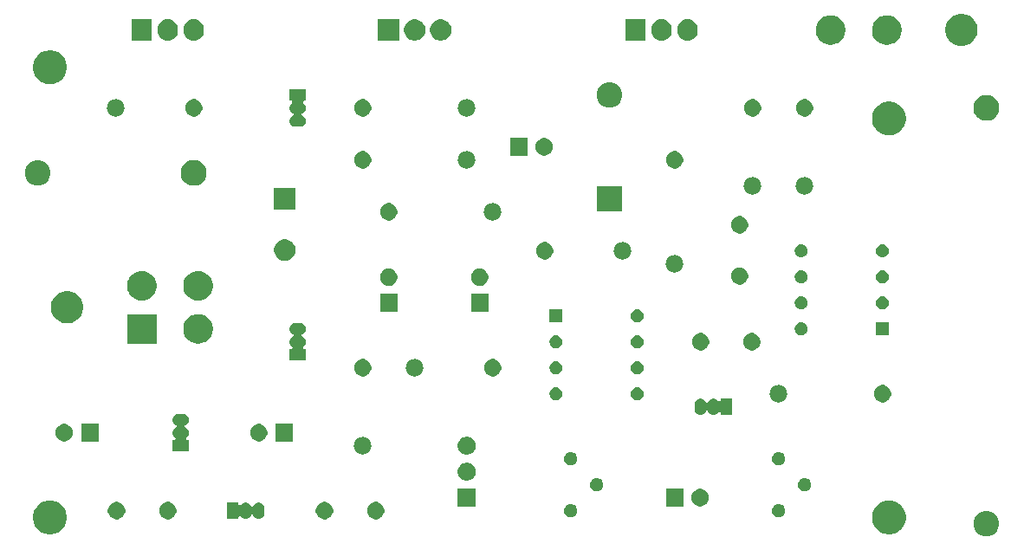
<source format=gbr>
G04 #@! TF.GenerationSoftware,KiCad,Pcbnew,5.0.2+dfsg1-1*
G04 #@! TF.CreationDate,2020-09-04T22:52:39+03:00*
G04 #@! TF.ProjectId,LDriver,4c447269-7665-4722-9e6b-696361645f70,rev?*
G04 #@! TF.SameCoordinates,Original*
G04 #@! TF.FileFunction,Soldermask,Top*
G04 #@! TF.FilePolarity,Negative*
%FSLAX46Y46*%
G04 Gerber Fmt 4.6, Leading zero omitted, Abs format (unit mm)*
G04 Created by KiCad (PCBNEW 5.0.2+dfsg1-1) date пт, 04-вер-2020 22:52:39 +0300*
%MOMM*%
%LPD*%
G01*
G04 APERTURE LIST*
%ADD10C,0.100000*%
G04 APERTURE END LIST*
D10*
G36*
X198365239Y-123227101D02*
X198601053Y-123298634D01*
X198818381Y-123414799D01*
X199008871Y-123571129D01*
X199165201Y-123761619D01*
X199281366Y-123978947D01*
X199352899Y-124214761D01*
X199377053Y-124460000D01*
X199352899Y-124705239D01*
X199281366Y-124941053D01*
X199165201Y-125158381D01*
X199008871Y-125348871D01*
X198818381Y-125505201D01*
X198601053Y-125621366D01*
X198365239Y-125692899D01*
X198181457Y-125711000D01*
X198058543Y-125711000D01*
X197874761Y-125692899D01*
X197638947Y-125621366D01*
X197421619Y-125505201D01*
X197231129Y-125348871D01*
X197074799Y-125158381D01*
X196958634Y-124941053D01*
X196887101Y-124705239D01*
X196862947Y-124460000D01*
X196887101Y-124214761D01*
X196958634Y-123978947D01*
X197074799Y-123761619D01*
X197231129Y-123571129D01*
X197421619Y-123414799D01*
X197638947Y-123298634D01*
X197874761Y-123227101D01*
X198058543Y-123209000D01*
X198181457Y-123209000D01*
X198365239Y-123227101D01*
X198365239Y-123227101D01*
G37*
G36*
X188975256Y-122241298D02*
X189081579Y-122262447D01*
X189228008Y-122323100D01*
X189380377Y-122386213D01*
X189382042Y-122386903D01*
X189631127Y-122553337D01*
X189652454Y-122567587D01*
X189882413Y-122797546D01*
X189882415Y-122797549D01*
X190063097Y-123067958D01*
X190140555Y-123254957D01*
X190187553Y-123368422D01*
X190251000Y-123687389D01*
X190251000Y-124012611D01*
X190187553Y-124331578D01*
X190063098Y-124632040D01*
X189882413Y-124902454D01*
X189652454Y-125132413D01*
X189652451Y-125132415D01*
X189382042Y-125313097D01*
X189081579Y-125437553D01*
X188975256Y-125458702D01*
X188762611Y-125501000D01*
X188437389Y-125501000D01*
X188224744Y-125458702D01*
X188118421Y-125437553D01*
X187817958Y-125313097D01*
X187547549Y-125132415D01*
X187547546Y-125132413D01*
X187317587Y-124902454D01*
X187136902Y-124632040D01*
X187012447Y-124331578D01*
X186949000Y-124012611D01*
X186949000Y-123687389D01*
X187012447Y-123368422D01*
X187059446Y-123254957D01*
X187136903Y-123067958D01*
X187317585Y-122797549D01*
X187317587Y-122797546D01*
X187547546Y-122567587D01*
X187568873Y-122553337D01*
X187817958Y-122386903D01*
X187819624Y-122386213D01*
X187971992Y-122323100D01*
X188118421Y-122262447D01*
X188224744Y-122241298D01*
X188437389Y-122199000D01*
X188762611Y-122199000D01*
X188975256Y-122241298D01*
X188975256Y-122241298D01*
G37*
G36*
X106975256Y-122241298D02*
X107081579Y-122262447D01*
X107228008Y-122323100D01*
X107380377Y-122386213D01*
X107382042Y-122386903D01*
X107631127Y-122553337D01*
X107652454Y-122567587D01*
X107882413Y-122797546D01*
X107882415Y-122797549D01*
X108063097Y-123067958D01*
X108140555Y-123254957D01*
X108187553Y-123368422D01*
X108251000Y-123687389D01*
X108251000Y-124012611D01*
X108187553Y-124331578D01*
X108063098Y-124632040D01*
X107882413Y-124902454D01*
X107652454Y-125132413D01*
X107652451Y-125132415D01*
X107382042Y-125313097D01*
X107081579Y-125437553D01*
X106975256Y-125458702D01*
X106762611Y-125501000D01*
X106437389Y-125501000D01*
X106224744Y-125458702D01*
X106118421Y-125437553D01*
X105817958Y-125313097D01*
X105547549Y-125132415D01*
X105547546Y-125132413D01*
X105317587Y-124902454D01*
X105136902Y-124632040D01*
X105012447Y-124331578D01*
X104949000Y-124012611D01*
X104949000Y-123687389D01*
X105012447Y-123368422D01*
X105059446Y-123254957D01*
X105136903Y-123067958D01*
X105317585Y-122797549D01*
X105317587Y-122797546D01*
X105547546Y-122567587D01*
X105568873Y-122553337D01*
X105817958Y-122386903D01*
X105819624Y-122386213D01*
X105971992Y-122323100D01*
X106118421Y-122262447D01*
X106224744Y-122241298D01*
X106437389Y-122199000D01*
X106762611Y-122199000D01*
X106975256Y-122241298D01*
X106975256Y-122241298D01*
G37*
G36*
X138678228Y-122371703D02*
X138833100Y-122435853D01*
X138972481Y-122528985D01*
X139091015Y-122647519D01*
X139184147Y-122786900D01*
X139248297Y-122941772D01*
X139281000Y-123106184D01*
X139281000Y-123273816D01*
X139248297Y-123438228D01*
X139184147Y-123593100D01*
X139091015Y-123732481D01*
X138972481Y-123851015D01*
X138833100Y-123944147D01*
X138678228Y-124008297D01*
X138513816Y-124041000D01*
X138346184Y-124041000D01*
X138181772Y-124008297D01*
X138026900Y-123944147D01*
X137887519Y-123851015D01*
X137768985Y-123732481D01*
X137675853Y-123593100D01*
X137611703Y-123438228D01*
X137579000Y-123273816D01*
X137579000Y-123106184D01*
X137611703Y-122941772D01*
X137675853Y-122786900D01*
X137768985Y-122647519D01*
X137887519Y-122528985D01*
X138026900Y-122435853D01*
X138181772Y-122371703D01*
X138346184Y-122339000D01*
X138513816Y-122339000D01*
X138678228Y-122371703D01*
X138678228Y-122371703D01*
G37*
G36*
X133678228Y-122371703D02*
X133833100Y-122435853D01*
X133972481Y-122528985D01*
X134091015Y-122647519D01*
X134184147Y-122786900D01*
X134248297Y-122941772D01*
X134281000Y-123106184D01*
X134281000Y-123273816D01*
X134248297Y-123438228D01*
X134184147Y-123593100D01*
X134091015Y-123732481D01*
X133972481Y-123851015D01*
X133833100Y-123944147D01*
X133678228Y-124008297D01*
X133513816Y-124041000D01*
X133346184Y-124041000D01*
X133181772Y-124008297D01*
X133026900Y-123944147D01*
X132887519Y-123851015D01*
X132768985Y-123732481D01*
X132675853Y-123593100D01*
X132611703Y-123438228D01*
X132579000Y-123273816D01*
X132579000Y-123106184D01*
X132611703Y-122941772D01*
X132675853Y-122786900D01*
X132768985Y-122647519D01*
X132887519Y-122528985D01*
X133026900Y-122435853D01*
X133181772Y-122371703D01*
X133346184Y-122339000D01*
X133513816Y-122339000D01*
X133678228Y-122371703D01*
X133678228Y-122371703D01*
G37*
G36*
X118358228Y-122371703D02*
X118513100Y-122435853D01*
X118652481Y-122528985D01*
X118771015Y-122647519D01*
X118864147Y-122786900D01*
X118928297Y-122941772D01*
X118961000Y-123106184D01*
X118961000Y-123273816D01*
X118928297Y-123438228D01*
X118864147Y-123593100D01*
X118771015Y-123732481D01*
X118652481Y-123851015D01*
X118513100Y-123944147D01*
X118358228Y-124008297D01*
X118193816Y-124041000D01*
X118026184Y-124041000D01*
X117861772Y-124008297D01*
X117706900Y-123944147D01*
X117567519Y-123851015D01*
X117448985Y-123732481D01*
X117355853Y-123593100D01*
X117291703Y-123438228D01*
X117259000Y-123273816D01*
X117259000Y-123106184D01*
X117291703Y-122941772D01*
X117355853Y-122786900D01*
X117448985Y-122647519D01*
X117567519Y-122528985D01*
X117706900Y-122435853D01*
X117861772Y-122371703D01*
X118026184Y-122339000D01*
X118193816Y-122339000D01*
X118358228Y-122371703D01*
X118358228Y-122371703D01*
G37*
G36*
X113358228Y-122371703D02*
X113513100Y-122435853D01*
X113652481Y-122528985D01*
X113771015Y-122647519D01*
X113864147Y-122786900D01*
X113928297Y-122941772D01*
X113961000Y-123106184D01*
X113961000Y-123273816D01*
X113928297Y-123438228D01*
X113864147Y-123593100D01*
X113771015Y-123732481D01*
X113652481Y-123851015D01*
X113513100Y-123944147D01*
X113358228Y-124008297D01*
X113193816Y-124041000D01*
X113026184Y-124041000D01*
X112861772Y-124008297D01*
X112706900Y-123944147D01*
X112567519Y-123851015D01*
X112448985Y-123732481D01*
X112355853Y-123593100D01*
X112291703Y-123438228D01*
X112259000Y-123273816D01*
X112259000Y-123106184D01*
X112291703Y-122941772D01*
X112355853Y-122786900D01*
X112448985Y-122647519D01*
X112567519Y-122528985D01*
X112706900Y-122435853D01*
X112861772Y-122371703D01*
X113026184Y-122339000D01*
X113193816Y-122339000D01*
X113358228Y-122371703D01*
X113358228Y-122371703D01*
G37*
G36*
X127112915Y-122397334D02*
X127221491Y-122430271D01*
X127321556Y-122483756D01*
X127409264Y-122555736D01*
X127481244Y-122643443D01*
X127534729Y-122743508D01*
X127567666Y-122852084D01*
X127576000Y-122936702D01*
X127576000Y-123443297D01*
X127567666Y-123527916D01*
X127534729Y-123636492D01*
X127481244Y-123736557D01*
X127409264Y-123824264D01*
X127321557Y-123896244D01*
X127221492Y-123949729D01*
X127112916Y-123982666D01*
X127000000Y-123993787D01*
X126887085Y-123982666D01*
X126778509Y-123949729D01*
X126678444Y-123896244D01*
X126623333Y-123851015D01*
X126590739Y-123824266D01*
X126590737Y-123824264D01*
X126518757Y-123736557D01*
X126500429Y-123702267D01*
X126475240Y-123655143D01*
X126461627Y-123634768D01*
X126444299Y-123617441D01*
X126423925Y-123603827D01*
X126401286Y-123594450D01*
X126377253Y-123589669D01*
X126352748Y-123589669D01*
X126328715Y-123594449D01*
X126306076Y-123603827D01*
X126285701Y-123617440D01*
X126268374Y-123634768D01*
X126254760Y-123655143D01*
X126211244Y-123736557D01*
X126139264Y-123824264D01*
X126051557Y-123896244D01*
X125951492Y-123949729D01*
X125842916Y-123982666D01*
X125730000Y-123993787D01*
X125617085Y-123982666D01*
X125508509Y-123949729D01*
X125408444Y-123896244D01*
X125320737Y-123824264D01*
X125257626Y-123747364D01*
X125240299Y-123730036D01*
X125219924Y-123716423D01*
X125197285Y-123707045D01*
X125173252Y-123702265D01*
X125148748Y-123702265D01*
X125124714Y-123707046D01*
X125102075Y-123716423D01*
X125081701Y-123730037D01*
X125064373Y-123747364D01*
X125050760Y-123767739D01*
X125041382Y-123790378D01*
X125036000Y-123826663D01*
X125036000Y-123991000D01*
X123884000Y-123991000D01*
X123884000Y-122389000D01*
X125036000Y-122389000D01*
X125036000Y-122553337D01*
X125038402Y-122577723D01*
X125045515Y-122601172D01*
X125057066Y-122622783D01*
X125072612Y-122641725D01*
X125091554Y-122657271D01*
X125113165Y-122668822D01*
X125136614Y-122675935D01*
X125161000Y-122678337D01*
X125185386Y-122675935D01*
X125208835Y-122668822D01*
X125230446Y-122657271D01*
X125257626Y-122632636D01*
X125265712Y-122622783D01*
X125320736Y-122555736D01*
X125408443Y-122483756D01*
X125508508Y-122430271D01*
X125617084Y-122397334D01*
X125730000Y-122386213D01*
X125842915Y-122397334D01*
X125951491Y-122430271D01*
X126051556Y-122483756D01*
X126139264Y-122555736D01*
X126211244Y-122643443D01*
X126254767Y-122724869D01*
X126268373Y-122745232D01*
X126285700Y-122762560D01*
X126306075Y-122776174D01*
X126328713Y-122785551D01*
X126352747Y-122790332D01*
X126377251Y-122790332D01*
X126401285Y-122785552D01*
X126423924Y-122776175D01*
X126444298Y-122762561D01*
X126461626Y-122745234D01*
X126475240Y-122724858D01*
X126518756Y-122643444D01*
X126535712Y-122622783D01*
X126590736Y-122555736D01*
X126678443Y-122483756D01*
X126778508Y-122430271D01*
X126887084Y-122397334D01*
X127000000Y-122386213D01*
X127112915Y-122397334D01*
X127112915Y-122397334D01*
G37*
G36*
X177949898Y-122547396D02*
X177992369Y-122555844D01*
X178020714Y-122567585D01*
X178112390Y-122605558D01*
X178220410Y-122677735D01*
X178312265Y-122769590D01*
X178384442Y-122877610D01*
X178434156Y-122997632D01*
X178459500Y-123125043D01*
X178459500Y-123254957D01*
X178434156Y-123382368D01*
X178384442Y-123502390D01*
X178312265Y-123610410D01*
X178220410Y-123702265D01*
X178112390Y-123774442D01*
X178027522Y-123809595D01*
X177992369Y-123824156D01*
X177979765Y-123826663D01*
X177864957Y-123849500D01*
X177735043Y-123849500D01*
X177620235Y-123826663D01*
X177607631Y-123824156D01*
X177572478Y-123809595D01*
X177487610Y-123774442D01*
X177379590Y-123702265D01*
X177287735Y-123610410D01*
X177215558Y-123502390D01*
X177165844Y-123382368D01*
X177140500Y-123254957D01*
X177140500Y-123125043D01*
X177165844Y-122997632D01*
X177215558Y-122877610D01*
X177287735Y-122769590D01*
X177379590Y-122677735D01*
X177487610Y-122605558D01*
X177579286Y-122567585D01*
X177607631Y-122555844D01*
X177650102Y-122547396D01*
X177735043Y-122530500D01*
X177864957Y-122530500D01*
X177949898Y-122547396D01*
X177949898Y-122547396D01*
G37*
G36*
X157629898Y-122547396D02*
X157672369Y-122555844D01*
X157700714Y-122567585D01*
X157792390Y-122605558D01*
X157900410Y-122677735D01*
X157992265Y-122769590D01*
X158064442Y-122877610D01*
X158114156Y-122997632D01*
X158139500Y-123125043D01*
X158139500Y-123254957D01*
X158114156Y-123382368D01*
X158064442Y-123502390D01*
X157992265Y-123610410D01*
X157900410Y-123702265D01*
X157792390Y-123774442D01*
X157707522Y-123809595D01*
X157672369Y-123824156D01*
X157659765Y-123826663D01*
X157544957Y-123849500D01*
X157415043Y-123849500D01*
X157300235Y-123826663D01*
X157287631Y-123824156D01*
X157252478Y-123809595D01*
X157167610Y-123774442D01*
X157059590Y-123702265D01*
X156967735Y-123610410D01*
X156895558Y-123502390D01*
X156845844Y-123382368D01*
X156820500Y-123254957D01*
X156820500Y-123125043D01*
X156845844Y-122997632D01*
X156895558Y-122877610D01*
X156967735Y-122769590D01*
X157059590Y-122677735D01*
X157167610Y-122605558D01*
X157259286Y-122567585D01*
X157287631Y-122555844D01*
X157330102Y-122547396D01*
X157415043Y-122530500D01*
X157544957Y-122530500D01*
X157629898Y-122547396D01*
X157629898Y-122547396D01*
G37*
G36*
X148196000Y-122796000D02*
X146444000Y-122796000D01*
X146444000Y-121044000D01*
X148196000Y-121044000D01*
X148196000Y-122796000D01*
X148196000Y-122796000D01*
G37*
G36*
X168491000Y-122771000D02*
X166789000Y-122771000D01*
X166789000Y-121069000D01*
X168491000Y-121069000D01*
X168491000Y-122771000D01*
X168491000Y-122771000D01*
G37*
G36*
X170388228Y-121101703D02*
X170543100Y-121165853D01*
X170682481Y-121258985D01*
X170801015Y-121377519D01*
X170894147Y-121516900D01*
X170958297Y-121671772D01*
X170991000Y-121836184D01*
X170991000Y-122003816D01*
X170958297Y-122168228D01*
X170894147Y-122323100D01*
X170801015Y-122462481D01*
X170682481Y-122581015D01*
X170543100Y-122674147D01*
X170388228Y-122738297D01*
X170223816Y-122771000D01*
X170056184Y-122771000D01*
X169891772Y-122738297D01*
X169736900Y-122674147D01*
X169597519Y-122581015D01*
X169478985Y-122462481D01*
X169385853Y-122323100D01*
X169321703Y-122168228D01*
X169289000Y-122003816D01*
X169289000Y-121836184D01*
X169321703Y-121671772D01*
X169385853Y-121516900D01*
X169478985Y-121377519D01*
X169597519Y-121258985D01*
X169736900Y-121165853D01*
X169891772Y-121101703D01*
X170056184Y-121069000D01*
X170223816Y-121069000D01*
X170388228Y-121101703D01*
X170388228Y-121101703D01*
G37*
G36*
X160169898Y-120007396D02*
X160212369Y-120015844D01*
X160247522Y-120030405D01*
X160332390Y-120065558D01*
X160440410Y-120137735D01*
X160532265Y-120229590D01*
X160604442Y-120337610D01*
X160654156Y-120457632D01*
X160679500Y-120585043D01*
X160679500Y-120714957D01*
X160654156Y-120842368D01*
X160604442Y-120962390D01*
X160532265Y-121070410D01*
X160440410Y-121162265D01*
X160332390Y-121234442D01*
X160247522Y-121269595D01*
X160212369Y-121284156D01*
X160169898Y-121292604D01*
X160084957Y-121309500D01*
X159955043Y-121309500D01*
X159870102Y-121292604D01*
X159827631Y-121284156D01*
X159792478Y-121269595D01*
X159707610Y-121234442D01*
X159599590Y-121162265D01*
X159507735Y-121070410D01*
X159435558Y-120962390D01*
X159385844Y-120842368D01*
X159360500Y-120714957D01*
X159360500Y-120585043D01*
X159385844Y-120457632D01*
X159435558Y-120337610D01*
X159507735Y-120229590D01*
X159599590Y-120137735D01*
X159707610Y-120065558D01*
X159792478Y-120030405D01*
X159827631Y-120015844D01*
X159870102Y-120007396D01*
X159955043Y-119990500D01*
X160084957Y-119990500D01*
X160169898Y-120007396D01*
X160169898Y-120007396D01*
G37*
G36*
X180489898Y-120007396D02*
X180532369Y-120015844D01*
X180567522Y-120030405D01*
X180652390Y-120065558D01*
X180760410Y-120137735D01*
X180852265Y-120229590D01*
X180924442Y-120337610D01*
X180974156Y-120457632D01*
X180999500Y-120585043D01*
X180999500Y-120714957D01*
X180974156Y-120842368D01*
X180924442Y-120962390D01*
X180852265Y-121070410D01*
X180760410Y-121162265D01*
X180652390Y-121234442D01*
X180567522Y-121269595D01*
X180532369Y-121284156D01*
X180489898Y-121292604D01*
X180404957Y-121309500D01*
X180275043Y-121309500D01*
X180190102Y-121292604D01*
X180147631Y-121284156D01*
X180112478Y-121269595D01*
X180027610Y-121234442D01*
X179919590Y-121162265D01*
X179827735Y-121070410D01*
X179755558Y-120962390D01*
X179705844Y-120842368D01*
X179680500Y-120714957D01*
X179680500Y-120585043D01*
X179705844Y-120457632D01*
X179755558Y-120337610D01*
X179827735Y-120229590D01*
X179919590Y-120137735D01*
X180027610Y-120065558D01*
X180112478Y-120030405D01*
X180147631Y-120015844D01*
X180190102Y-120007396D01*
X180275043Y-119990500D01*
X180404957Y-119990500D01*
X180489898Y-120007396D01*
X180489898Y-120007396D01*
G37*
G36*
X147448589Y-118512416D02*
X147575520Y-118537664D01*
X147734942Y-118603699D01*
X147878418Y-118699566D01*
X148000434Y-118821582D01*
X148096301Y-118965058D01*
X148162336Y-119124480D01*
X148196000Y-119293721D01*
X148196000Y-119466279D01*
X148162336Y-119635520D01*
X148096301Y-119794942D01*
X148000434Y-119938418D01*
X147878418Y-120060434D01*
X147734942Y-120156301D01*
X147575520Y-120222336D01*
X147448589Y-120247584D01*
X147406280Y-120256000D01*
X147233720Y-120256000D01*
X147191411Y-120247584D01*
X147064480Y-120222336D01*
X146905058Y-120156301D01*
X146761582Y-120060434D01*
X146639566Y-119938418D01*
X146543699Y-119794942D01*
X146477664Y-119635520D01*
X146444000Y-119466279D01*
X146444000Y-119293721D01*
X146477664Y-119124480D01*
X146543699Y-118965058D01*
X146639566Y-118821582D01*
X146761582Y-118699566D01*
X146905058Y-118603699D01*
X147064480Y-118537664D01*
X147191411Y-118512416D01*
X147233720Y-118504000D01*
X147406280Y-118504000D01*
X147448589Y-118512416D01*
X147448589Y-118512416D01*
G37*
G36*
X157629898Y-117467396D02*
X157672369Y-117475844D01*
X157707522Y-117490405D01*
X157792390Y-117525558D01*
X157900410Y-117597735D01*
X157992265Y-117689590D01*
X158064442Y-117797610D01*
X158114156Y-117917632D01*
X158139500Y-118045043D01*
X158139500Y-118174957D01*
X158114156Y-118302368D01*
X158064442Y-118422390D01*
X157992265Y-118530410D01*
X157900410Y-118622265D01*
X157792390Y-118694442D01*
X157707522Y-118729595D01*
X157672369Y-118744156D01*
X157629898Y-118752604D01*
X157544957Y-118769500D01*
X157415043Y-118769500D01*
X157330102Y-118752604D01*
X157287631Y-118744156D01*
X157252478Y-118729595D01*
X157167610Y-118694442D01*
X157059590Y-118622265D01*
X156967735Y-118530410D01*
X156895558Y-118422390D01*
X156845844Y-118302368D01*
X156820500Y-118174957D01*
X156820500Y-118045043D01*
X156845844Y-117917632D01*
X156895558Y-117797610D01*
X156967735Y-117689590D01*
X157059590Y-117597735D01*
X157167610Y-117525558D01*
X157252478Y-117490405D01*
X157287631Y-117475844D01*
X157330102Y-117467396D01*
X157415043Y-117450500D01*
X157544957Y-117450500D01*
X157629898Y-117467396D01*
X157629898Y-117467396D01*
G37*
G36*
X177949898Y-117467396D02*
X177992369Y-117475844D01*
X178027522Y-117490405D01*
X178112390Y-117525558D01*
X178220410Y-117597735D01*
X178312265Y-117689590D01*
X178384442Y-117797610D01*
X178434156Y-117917632D01*
X178459500Y-118045043D01*
X178459500Y-118174957D01*
X178434156Y-118302368D01*
X178384442Y-118422390D01*
X178312265Y-118530410D01*
X178220410Y-118622265D01*
X178112390Y-118694442D01*
X178027522Y-118729595D01*
X177992369Y-118744156D01*
X177949898Y-118752604D01*
X177864957Y-118769500D01*
X177735043Y-118769500D01*
X177650102Y-118752604D01*
X177607631Y-118744156D01*
X177572478Y-118729595D01*
X177487610Y-118694442D01*
X177379590Y-118622265D01*
X177287735Y-118530410D01*
X177215558Y-118422390D01*
X177165844Y-118302368D01*
X177140500Y-118174957D01*
X177140500Y-118045043D01*
X177165844Y-117917632D01*
X177215558Y-117797610D01*
X177287735Y-117689590D01*
X177379590Y-117597735D01*
X177487610Y-117525558D01*
X177572478Y-117490405D01*
X177607631Y-117475844D01*
X177650102Y-117467396D01*
X177735043Y-117450500D01*
X177864957Y-117450500D01*
X177949898Y-117467396D01*
X177949898Y-117467396D01*
G37*
G36*
X147448589Y-115972416D02*
X147575520Y-115997664D01*
X147734942Y-116063699D01*
X147878418Y-116159566D01*
X148000434Y-116281582D01*
X148096301Y-116425058D01*
X148162336Y-116584480D01*
X148196000Y-116753721D01*
X148196000Y-116926279D01*
X148162336Y-117095520D01*
X148096301Y-117254942D01*
X148000434Y-117398418D01*
X147878418Y-117520434D01*
X147734942Y-117616301D01*
X147575520Y-117682336D01*
X147448589Y-117707584D01*
X147406280Y-117716000D01*
X147233720Y-117716000D01*
X147191411Y-117707584D01*
X147064480Y-117682336D01*
X146905058Y-117616301D01*
X146761582Y-117520434D01*
X146639566Y-117398418D01*
X146543699Y-117254942D01*
X146477664Y-117095520D01*
X146444000Y-116926279D01*
X146444000Y-116753721D01*
X146477664Y-116584480D01*
X146543699Y-116425058D01*
X146639566Y-116281582D01*
X146761582Y-116159566D01*
X146905058Y-116063699D01*
X147064480Y-115997664D01*
X147191411Y-115972416D01*
X147233720Y-115964000D01*
X147406280Y-115964000D01*
X147448589Y-115972416D01*
X147448589Y-115972416D01*
G37*
G36*
X137326821Y-116001313D02*
X137326824Y-116001314D01*
X137326825Y-116001314D01*
X137487239Y-116049975D01*
X137487241Y-116049976D01*
X137487244Y-116049977D01*
X137635078Y-116128995D01*
X137764659Y-116235341D01*
X137871005Y-116364922D01*
X137950023Y-116512756D01*
X137950024Y-116512759D01*
X137950025Y-116512761D01*
X137998686Y-116673175D01*
X137998687Y-116673179D01*
X138015117Y-116840000D01*
X137998687Y-117006821D01*
X137998686Y-117006824D01*
X137998686Y-117006825D01*
X137971781Y-117095520D01*
X137950023Y-117167244D01*
X137871005Y-117315078D01*
X137764659Y-117444659D01*
X137635078Y-117551005D01*
X137487244Y-117630023D01*
X137487241Y-117630024D01*
X137487239Y-117630025D01*
X137326825Y-117678686D01*
X137326824Y-117678686D01*
X137326821Y-117678687D01*
X137201804Y-117691000D01*
X137118196Y-117691000D01*
X136993179Y-117678687D01*
X136993176Y-117678686D01*
X136993175Y-117678686D01*
X136832761Y-117630025D01*
X136832759Y-117630024D01*
X136832756Y-117630023D01*
X136684922Y-117551005D01*
X136555341Y-117444659D01*
X136448995Y-117315078D01*
X136369977Y-117167244D01*
X136348220Y-117095520D01*
X136321314Y-117006825D01*
X136321314Y-117006824D01*
X136321313Y-117006821D01*
X136304883Y-116840000D01*
X136321313Y-116673179D01*
X136321314Y-116673175D01*
X136369975Y-116512761D01*
X136369976Y-116512759D01*
X136369977Y-116512756D01*
X136448995Y-116364922D01*
X136555341Y-116235341D01*
X136684922Y-116128995D01*
X136832756Y-116049977D01*
X136832759Y-116049976D01*
X136832761Y-116049975D01*
X136993175Y-116001314D01*
X136993176Y-116001314D01*
X136993179Y-116001313D01*
X137118196Y-115989000D01*
X137201804Y-115989000D01*
X137326821Y-116001313D01*
X137326821Y-116001313D01*
G37*
G36*
X119717916Y-113732334D02*
X119826492Y-113765271D01*
X119926557Y-113818756D01*
X120014264Y-113890736D01*
X120086244Y-113978443D01*
X120139729Y-114078508D01*
X120172666Y-114187084D01*
X120183787Y-114300000D01*
X120172666Y-114412916D01*
X120139729Y-114521492D01*
X120139726Y-114521497D01*
X120086244Y-114621557D01*
X120014264Y-114709264D01*
X119926557Y-114781244D01*
X119845143Y-114824760D01*
X119824768Y-114838373D01*
X119807441Y-114855701D01*
X119793827Y-114876075D01*
X119784450Y-114898714D01*
X119779669Y-114922747D01*
X119779669Y-114947252D01*
X119784449Y-114971285D01*
X119793827Y-114993924D01*
X119807440Y-115014299D01*
X119824768Y-115031626D01*
X119845143Y-115045240D01*
X119926557Y-115088756D01*
X120014264Y-115160736D01*
X120086244Y-115248443D01*
X120139729Y-115348508D01*
X120172666Y-115457084D01*
X120183787Y-115570000D01*
X120172666Y-115682916D01*
X120139729Y-115791492D01*
X120086244Y-115891557D01*
X120014264Y-115979264D01*
X119937365Y-116042374D01*
X119920038Y-116059701D01*
X119906424Y-116080076D01*
X119897046Y-116102715D01*
X119892266Y-116126748D01*
X119892266Y-116151252D01*
X119897047Y-116175286D01*
X119906424Y-116197925D01*
X119920038Y-116218299D01*
X119937365Y-116235626D01*
X119957740Y-116249240D01*
X119980379Y-116258618D01*
X120016664Y-116264000D01*
X120181000Y-116264000D01*
X120181000Y-117416000D01*
X118579000Y-117416000D01*
X118579000Y-116264000D01*
X118743336Y-116264000D01*
X118767722Y-116261598D01*
X118791171Y-116254485D01*
X118812782Y-116242934D01*
X118831724Y-116227388D01*
X118847270Y-116208446D01*
X118858821Y-116186835D01*
X118865934Y-116163386D01*
X118868336Y-116139000D01*
X118865934Y-116114614D01*
X118858821Y-116091165D01*
X118847270Y-116069554D01*
X118822635Y-116042374D01*
X118745736Y-115979264D01*
X118673756Y-115891557D01*
X118620271Y-115791492D01*
X118587334Y-115682916D01*
X118576213Y-115570000D01*
X118587334Y-115457084D01*
X118620271Y-115348508D01*
X118673756Y-115248443D01*
X118745736Y-115160736D01*
X118833443Y-115088756D01*
X118914857Y-115045240D01*
X118935232Y-115031627D01*
X118952559Y-115014299D01*
X118966173Y-114993925D01*
X118975550Y-114971286D01*
X118980331Y-114947253D01*
X118980331Y-114922748D01*
X118975551Y-114898715D01*
X118966173Y-114876076D01*
X118952560Y-114855701D01*
X118935232Y-114838374D01*
X118914857Y-114824760D01*
X118833443Y-114781244D01*
X118745736Y-114709264D01*
X118673756Y-114621557D01*
X118620274Y-114521497D01*
X118620271Y-114521492D01*
X118587334Y-114412916D01*
X118576213Y-114300000D01*
X118587334Y-114187084D01*
X118620271Y-114078508D01*
X118673756Y-113978443D01*
X118745736Y-113890736D01*
X118833443Y-113818756D01*
X118933508Y-113765271D01*
X119042084Y-113732334D01*
X119126702Y-113724000D01*
X119633298Y-113724000D01*
X119717916Y-113732334D01*
X119717916Y-113732334D01*
G37*
G36*
X108238228Y-114751703D02*
X108393100Y-114815853D01*
X108532481Y-114908985D01*
X108651015Y-115027519D01*
X108744147Y-115166900D01*
X108808297Y-115321772D01*
X108841000Y-115486184D01*
X108841000Y-115653816D01*
X108808297Y-115818228D01*
X108744147Y-115973100D01*
X108651015Y-116112481D01*
X108532481Y-116231015D01*
X108393100Y-116324147D01*
X108238228Y-116388297D01*
X108073816Y-116421000D01*
X107906184Y-116421000D01*
X107741772Y-116388297D01*
X107586900Y-116324147D01*
X107447519Y-116231015D01*
X107328985Y-116112481D01*
X107235853Y-115973100D01*
X107171703Y-115818228D01*
X107139000Y-115653816D01*
X107139000Y-115486184D01*
X107171703Y-115321772D01*
X107235853Y-115166900D01*
X107328985Y-115027519D01*
X107447519Y-114908985D01*
X107586900Y-114815853D01*
X107741772Y-114751703D01*
X107906184Y-114719000D01*
X108073816Y-114719000D01*
X108238228Y-114751703D01*
X108238228Y-114751703D01*
G37*
G36*
X111341000Y-116421000D02*
X109639000Y-116421000D01*
X109639000Y-114719000D01*
X111341000Y-114719000D01*
X111341000Y-116421000D01*
X111341000Y-116421000D01*
G37*
G36*
X127248228Y-114751703D02*
X127403100Y-114815853D01*
X127542481Y-114908985D01*
X127661015Y-115027519D01*
X127754147Y-115166900D01*
X127818297Y-115321772D01*
X127851000Y-115486184D01*
X127851000Y-115653816D01*
X127818297Y-115818228D01*
X127754147Y-115973100D01*
X127661015Y-116112481D01*
X127542481Y-116231015D01*
X127403100Y-116324147D01*
X127248228Y-116388297D01*
X127083816Y-116421000D01*
X126916184Y-116421000D01*
X126751772Y-116388297D01*
X126596900Y-116324147D01*
X126457519Y-116231015D01*
X126338985Y-116112481D01*
X126245853Y-115973100D01*
X126181703Y-115818228D01*
X126149000Y-115653816D01*
X126149000Y-115486184D01*
X126181703Y-115321772D01*
X126245853Y-115166900D01*
X126338985Y-115027519D01*
X126457519Y-114908985D01*
X126596900Y-114815853D01*
X126751772Y-114751703D01*
X126916184Y-114719000D01*
X127083816Y-114719000D01*
X127248228Y-114751703D01*
X127248228Y-114751703D01*
G37*
G36*
X130351000Y-116421000D02*
X128649000Y-116421000D01*
X128649000Y-114719000D01*
X130351000Y-114719000D01*
X130351000Y-116421000D01*
X130351000Y-116421000D01*
G37*
G36*
X171562916Y-112237334D02*
X171671492Y-112270271D01*
X171763005Y-112319185D01*
X171771557Y-112323756D01*
X171859264Y-112395736D01*
X171922374Y-112472635D01*
X171939701Y-112489962D01*
X171960076Y-112503576D01*
X171982715Y-112512954D01*
X172006748Y-112517734D01*
X172031252Y-112517734D01*
X172055286Y-112512953D01*
X172077925Y-112503576D01*
X172098299Y-112489962D01*
X172115626Y-112472635D01*
X172129240Y-112452260D01*
X172138618Y-112429621D01*
X172144000Y-112393336D01*
X172144000Y-112229000D01*
X173296000Y-112229000D01*
X173296000Y-113831000D01*
X172144000Y-113831000D01*
X172144000Y-113666663D01*
X172141598Y-113642277D01*
X172134485Y-113618828D01*
X172122934Y-113597217D01*
X172107388Y-113578275D01*
X172088446Y-113562729D01*
X172066835Y-113551178D01*
X172043386Y-113544065D01*
X172019000Y-113541663D01*
X171994614Y-113544065D01*
X171971165Y-113551178D01*
X171949554Y-113562729D01*
X171922377Y-113587361D01*
X171859264Y-113664264D01*
X171771556Y-113736244D01*
X171671491Y-113789729D01*
X171562915Y-113822666D01*
X171450000Y-113833787D01*
X171337084Y-113822666D01*
X171228508Y-113789729D01*
X171128443Y-113736244D01*
X171040736Y-113664264D01*
X170968756Y-113576556D01*
X170925240Y-113495142D01*
X170911627Y-113474767D01*
X170894299Y-113457440D01*
X170873925Y-113443826D01*
X170851286Y-113434449D01*
X170827253Y-113429668D01*
X170802748Y-113429668D01*
X170778715Y-113434448D01*
X170756076Y-113443826D01*
X170735701Y-113457439D01*
X170718374Y-113474767D01*
X170704767Y-113495131D01*
X170661244Y-113576557D01*
X170589264Y-113664264D01*
X170501556Y-113736244D01*
X170401491Y-113789729D01*
X170292915Y-113822666D01*
X170180000Y-113833787D01*
X170067084Y-113822666D01*
X169958508Y-113789729D01*
X169858443Y-113736244D01*
X169770736Y-113664264D01*
X169698756Y-113576556D01*
X169645271Y-113476491D01*
X169612334Y-113367915D01*
X169604000Y-113283297D01*
X169604000Y-112776702D01*
X169612334Y-112692084D01*
X169645271Y-112583508D01*
X169682983Y-112512954D01*
X169698755Y-112483446D01*
X169724349Y-112452260D01*
X169770737Y-112395736D01*
X169776508Y-112391000D01*
X169858444Y-112323756D01*
X169866996Y-112319185D01*
X169958509Y-112270271D01*
X170067085Y-112237334D01*
X170180000Y-112226213D01*
X170292916Y-112237334D01*
X170401492Y-112270271D01*
X170493005Y-112319185D01*
X170501557Y-112323756D01*
X170589264Y-112395736D01*
X170661244Y-112483443D01*
X170704760Y-112564857D01*
X170718373Y-112585232D01*
X170735701Y-112602559D01*
X170756075Y-112616173D01*
X170778714Y-112625550D01*
X170802747Y-112630331D01*
X170827252Y-112630331D01*
X170851285Y-112625551D01*
X170873924Y-112616173D01*
X170894299Y-112602560D01*
X170911626Y-112585232D01*
X170925240Y-112564857D01*
X170968755Y-112483446D01*
X170994349Y-112452260D01*
X171040737Y-112395736D01*
X171046508Y-112391000D01*
X171128444Y-112323756D01*
X171136996Y-112319185D01*
X171228509Y-112270271D01*
X171337085Y-112237334D01*
X171450000Y-112226213D01*
X171562916Y-112237334D01*
X171562916Y-112237334D01*
G37*
G36*
X188208228Y-110941703D02*
X188363100Y-111005853D01*
X188502481Y-111098985D01*
X188621015Y-111217519D01*
X188714147Y-111356900D01*
X188778297Y-111511772D01*
X188811000Y-111676184D01*
X188811000Y-111843816D01*
X188778297Y-112008228D01*
X188714147Y-112163100D01*
X188621015Y-112302481D01*
X188502481Y-112421015D01*
X188363100Y-112514147D01*
X188208228Y-112578297D01*
X188043816Y-112611000D01*
X187876184Y-112611000D01*
X187711772Y-112578297D01*
X187556900Y-112514147D01*
X187417519Y-112421015D01*
X187298985Y-112302481D01*
X187205853Y-112163100D01*
X187141703Y-112008228D01*
X187109000Y-111843816D01*
X187109000Y-111676184D01*
X187141703Y-111511772D01*
X187205853Y-111356900D01*
X187298985Y-111217519D01*
X187417519Y-111098985D01*
X187556900Y-111005853D01*
X187711772Y-110941703D01*
X187876184Y-110909000D01*
X188043816Y-110909000D01*
X188208228Y-110941703D01*
X188208228Y-110941703D01*
G37*
G36*
X177966821Y-110921313D02*
X177966824Y-110921314D01*
X177966825Y-110921314D01*
X178127239Y-110969975D01*
X178127241Y-110969976D01*
X178127244Y-110969977D01*
X178275078Y-111048995D01*
X178404659Y-111155341D01*
X178511005Y-111284922D01*
X178590023Y-111432756D01*
X178590024Y-111432759D01*
X178590025Y-111432761D01*
X178633459Y-111575944D01*
X178638687Y-111593179D01*
X178655117Y-111760000D01*
X178638687Y-111926821D01*
X178638686Y-111926824D01*
X178638686Y-111926825D01*
X178598625Y-112058890D01*
X178590023Y-112087244D01*
X178511005Y-112235078D01*
X178404659Y-112364659D01*
X178275078Y-112471005D01*
X178127244Y-112550023D01*
X178127241Y-112550024D01*
X178127239Y-112550025D01*
X177966825Y-112598686D01*
X177966824Y-112598686D01*
X177966821Y-112598687D01*
X177841804Y-112611000D01*
X177758196Y-112611000D01*
X177633179Y-112598687D01*
X177633176Y-112598686D01*
X177633175Y-112598686D01*
X177472761Y-112550025D01*
X177472759Y-112550024D01*
X177472756Y-112550023D01*
X177324922Y-112471005D01*
X177195341Y-112364659D01*
X177088995Y-112235078D01*
X177009977Y-112087244D01*
X177001376Y-112058890D01*
X176961314Y-111926825D01*
X176961314Y-111926824D01*
X176961313Y-111926821D01*
X176944883Y-111760000D01*
X176961313Y-111593179D01*
X176966541Y-111575944D01*
X177009975Y-111432761D01*
X177009976Y-111432759D01*
X177009977Y-111432756D01*
X177088995Y-111284922D01*
X177195341Y-111155341D01*
X177324922Y-111048995D01*
X177472756Y-110969977D01*
X177472759Y-110969976D01*
X177472761Y-110969975D01*
X177633175Y-110921314D01*
X177633176Y-110921314D01*
X177633179Y-110921313D01*
X177758196Y-110909000D01*
X177841804Y-110909000D01*
X177966821Y-110921313D01*
X177966821Y-110921313D01*
G37*
G36*
X164174056Y-111153249D02*
X164288890Y-111200814D01*
X164392242Y-111269872D01*
X164480128Y-111357758D01*
X164549186Y-111461110D01*
X164596751Y-111575944D01*
X164621000Y-111697852D01*
X164621000Y-111822148D01*
X164596751Y-111944056D01*
X164549186Y-112058890D01*
X164480128Y-112162242D01*
X164392242Y-112250128D01*
X164288890Y-112319186D01*
X164179107Y-112364659D01*
X164174056Y-112366751D01*
X164052148Y-112391000D01*
X163927852Y-112391000D01*
X163805944Y-112366751D01*
X163800893Y-112364659D01*
X163691110Y-112319186D01*
X163587758Y-112250128D01*
X163499872Y-112162242D01*
X163430814Y-112058890D01*
X163383249Y-111944056D01*
X163359000Y-111822148D01*
X163359000Y-111697852D01*
X163383249Y-111575944D01*
X163430814Y-111461110D01*
X163499872Y-111357758D01*
X163587758Y-111269872D01*
X163691110Y-111200814D01*
X163805944Y-111153249D01*
X163927852Y-111129000D01*
X164052148Y-111129000D01*
X164174056Y-111153249D01*
X164174056Y-111153249D01*
G37*
G36*
X156234056Y-111153249D02*
X156348890Y-111200814D01*
X156452242Y-111269872D01*
X156540128Y-111357758D01*
X156609186Y-111461110D01*
X156656751Y-111575944D01*
X156681000Y-111697852D01*
X156681000Y-111822148D01*
X156656751Y-111944056D01*
X156609186Y-112058890D01*
X156540128Y-112162242D01*
X156452242Y-112250128D01*
X156348890Y-112319186D01*
X156239107Y-112364659D01*
X156234056Y-112366751D01*
X156112148Y-112391000D01*
X155987852Y-112391000D01*
X155865944Y-112366751D01*
X155860893Y-112364659D01*
X155751110Y-112319186D01*
X155647758Y-112250128D01*
X155559872Y-112162242D01*
X155490814Y-112058890D01*
X155443249Y-111944056D01*
X155419000Y-111822148D01*
X155419000Y-111697852D01*
X155443249Y-111575944D01*
X155490814Y-111461110D01*
X155559872Y-111357758D01*
X155647758Y-111269872D01*
X155751110Y-111200814D01*
X155865944Y-111153249D01*
X155987852Y-111129000D01*
X156112148Y-111129000D01*
X156234056Y-111153249D01*
X156234056Y-111153249D01*
G37*
G36*
X150108228Y-108401703D02*
X150263100Y-108465853D01*
X150402481Y-108558985D01*
X150521015Y-108677519D01*
X150614147Y-108816900D01*
X150678297Y-108971772D01*
X150711000Y-109136184D01*
X150711000Y-109303816D01*
X150678297Y-109468228D01*
X150614147Y-109623100D01*
X150521015Y-109762481D01*
X150402481Y-109881015D01*
X150263100Y-109974147D01*
X150108228Y-110038297D01*
X149943816Y-110071000D01*
X149776184Y-110071000D01*
X149611772Y-110038297D01*
X149456900Y-109974147D01*
X149317519Y-109881015D01*
X149198985Y-109762481D01*
X149105853Y-109623100D01*
X149041703Y-109468228D01*
X149009000Y-109303816D01*
X149009000Y-109136184D01*
X149041703Y-108971772D01*
X149105853Y-108816900D01*
X149198985Y-108677519D01*
X149317519Y-108558985D01*
X149456900Y-108465853D01*
X149611772Y-108401703D01*
X149776184Y-108369000D01*
X149943816Y-108369000D01*
X150108228Y-108401703D01*
X150108228Y-108401703D01*
G37*
G36*
X137408228Y-108401703D02*
X137563100Y-108465853D01*
X137702481Y-108558985D01*
X137821015Y-108677519D01*
X137914147Y-108816900D01*
X137978297Y-108971772D01*
X138011000Y-109136184D01*
X138011000Y-109303816D01*
X137978297Y-109468228D01*
X137914147Y-109623100D01*
X137821015Y-109762481D01*
X137702481Y-109881015D01*
X137563100Y-109974147D01*
X137408228Y-110038297D01*
X137243816Y-110071000D01*
X137076184Y-110071000D01*
X136911772Y-110038297D01*
X136756900Y-109974147D01*
X136617519Y-109881015D01*
X136498985Y-109762481D01*
X136405853Y-109623100D01*
X136341703Y-109468228D01*
X136309000Y-109303816D01*
X136309000Y-109136184D01*
X136341703Y-108971772D01*
X136405853Y-108816900D01*
X136498985Y-108677519D01*
X136617519Y-108558985D01*
X136756900Y-108465853D01*
X136911772Y-108401703D01*
X137076184Y-108369000D01*
X137243816Y-108369000D01*
X137408228Y-108401703D01*
X137408228Y-108401703D01*
G37*
G36*
X142406821Y-108381313D02*
X142406824Y-108381314D01*
X142406825Y-108381314D01*
X142567239Y-108429975D01*
X142567241Y-108429976D01*
X142567244Y-108429977D01*
X142715078Y-108508995D01*
X142844659Y-108615341D01*
X142951005Y-108744922D01*
X143030023Y-108892756D01*
X143030024Y-108892759D01*
X143030025Y-108892761D01*
X143073459Y-109035944D01*
X143078687Y-109053179D01*
X143095117Y-109220000D01*
X143078687Y-109386821D01*
X143078686Y-109386824D01*
X143078686Y-109386825D01*
X143038625Y-109518890D01*
X143030023Y-109547244D01*
X142951005Y-109695078D01*
X142844659Y-109824659D01*
X142715078Y-109931005D01*
X142567244Y-110010023D01*
X142567241Y-110010024D01*
X142567239Y-110010025D01*
X142406825Y-110058686D01*
X142406824Y-110058686D01*
X142406821Y-110058687D01*
X142281804Y-110071000D01*
X142198196Y-110071000D01*
X142073179Y-110058687D01*
X142073176Y-110058686D01*
X142073175Y-110058686D01*
X141912761Y-110010025D01*
X141912759Y-110010024D01*
X141912756Y-110010023D01*
X141764922Y-109931005D01*
X141635341Y-109824659D01*
X141528995Y-109695078D01*
X141449977Y-109547244D01*
X141441376Y-109518890D01*
X141401314Y-109386825D01*
X141401314Y-109386824D01*
X141401313Y-109386821D01*
X141384883Y-109220000D01*
X141401313Y-109053179D01*
X141406541Y-109035944D01*
X141449975Y-108892761D01*
X141449976Y-108892759D01*
X141449977Y-108892756D01*
X141528995Y-108744922D01*
X141635341Y-108615341D01*
X141764922Y-108508995D01*
X141912756Y-108429977D01*
X141912759Y-108429976D01*
X141912761Y-108429975D01*
X142073175Y-108381314D01*
X142073176Y-108381314D01*
X142073179Y-108381313D01*
X142198196Y-108369000D01*
X142281804Y-108369000D01*
X142406821Y-108381313D01*
X142406821Y-108381313D01*
G37*
G36*
X164174056Y-108613249D02*
X164288890Y-108660814D01*
X164392242Y-108729872D01*
X164480128Y-108817758D01*
X164549186Y-108921110D01*
X164596751Y-109035944D01*
X164621000Y-109157852D01*
X164621000Y-109282148D01*
X164596751Y-109404056D01*
X164549186Y-109518890D01*
X164480128Y-109622242D01*
X164392242Y-109710128D01*
X164288890Y-109779186D01*
X164179107Y-109824659D01*
X164174056Y-109826751D01*
X164052148Y-109851000D01*
X163927852Y-109851000D01*
X163805944Y-109826751D01*
X163800893Y-109824659D01*
X163691110Y-109779186D01*
X163587758Y-109710128D01*
X163499872Y-109622242D01*
X163430814Y-109518890D01*
X163383249Y-109404056D01*
X163359000Y-109282148D01*
X163359000Y-109157852D01*
X163383249Y-109035944D01*
X163430814Y-108921110D01*
X163499872Y-108817758D01*
X163587758Y-108729872D01*
X163691110Y-108660814D01*
X163805944Y-108613249D01*
X163927852Y-108589000D01*
X164052148Y-108589000D01*
X164174056Y-108613249D01*
X164174056Y-108613249D01*
G37*
G36*
X156234056Y-108613249D02*
X156348890Y-108660814D01*
X156452242Y-108729872D01*
X156540128Y-108817758D01*
X156609186Y-108921110D01*
X156656751Y-109035944D01*
X156681000Y-109157852D01*
X156681000Y-109282148D01*
X156656751Y-109404056D01*
X156609186Y-109518890D01*
X156540128Y-109622242D01*
X156452242Y-109710128D01*
X156348890Y-109779186D01*
X156239107Y-109824659D01*
X156234056Y-109826751D01*
X156112148Y-109851000D01*
X155987852Y-109851000D01*
X155865944Y-109826751D01*
X155860893Y-109824659D01*
X155751110Y-109779186D01*
X155647758Y-109710128D01*
X155559872Y-109622242D01*
X155490814Y-109518890D01*
X155443249Y-109404056D01*
X155419000Y-109282148D01*
X155419000Y-109157852D01*
X155443249Y-109035944D01*
X155490814Y-108921110D01*
X155559872Y-108817758D01*
X155647758Y-108729872D01*
X155751110Y-108660814D01*
X155865944Y-108613249D01*
X155987852Y-108589000D01*
X156112148Y-108589000D01*
X156234056Y-108613249D01*
X156234056Y-108613249D01*
G37*
G36*
X131147916Y-104842334D02*
X131256492Y-104875271D01*
X131356557Y-104928756D01*
X131444264Y-105000736D01*
X131516244Y-105088443D01*
X131569729Y-105188508D01*
X131602666Y-105297084D01*
X131613787Y-105410000D01*
X131602666Y-105522916D01*
X131569729Y-105631492D01*
X131528359Y-105708891D01*
X131516244Y-105731557D01*
X131444264Y-105819264D01*
X131356557Y-105891244D01*
X131275143Y-105934760D01*
X131254768Y-105948373D01*
X131237441Y-105965701D01*
X131223827Y-105986075D01*
X131214450Y-106008714D01*
X131209669Y-106032747D01*
X131209669Y-106057252D01*
X131214449Y-106081285D01*
X131223827Y-106103924D01*
X131237440Y-106124299D01*
X131254768Y-106141626D01*
X131275143Y-106155240D01*
X131356557Y-106198756D01*
X131444264Y-106270736D01*
X131516244Y-106358443D01*
X131569729Y-106458508D01*
X131602666Y-106567084D01*
X131613787Y-106680000D01*
X131602666Y-106792916D01*
X131569729Y-106901492D01*
X131528359Y-106978891D01*
X131516244Y-107001557D01*
X131444264Y-107089264D01*
X131367365Y-107152374D01*
X131350038Y-107169701D01*
X131336424Y-107190076D01*
X131327046Y-107212715D01*
X131322266Y-107236748D01*
X131322266Y-107261252D01*
X131327047Y-107285286D01*
X131336424Y-107307925D01*
X131350038Y-107328299D01*
X131367365Y-107345626D01*
X131387740Y-107359240D01*
X131410379Y-107368618D01*
X131446664Y-107374000D01*
X131611000Y-107374000D01*
X131611000Y-108526000D01*
X130009000Y-108526000D01*
X130009000Y-107374000D01*
X130173336Y-107374000D01*
X130197722Y-107371598D01*
X130221171Y-107364485D01*
X130242782Y-107352934D01*
X130261724Y-107337388D01*
X130277270Y-107318446D01*
X130288821Y-107296835D01*
X130295934Y-107273386D01*
X130298336Y-107249000D01*
X130295934Y-107224614D01*
X130288821Y-107201165D01*
X130277270Y-107179554D01*
X130252635Y-107152374D01*
X130175736Y-107089264D01*
X130103756Y-107001557D01*
X130091641Y-106978891D01*
X130050271Y-106901492D01*
X130017334Y-106792916D01*
X130006213Y-106680000D01*
X130017334Y-106567084D01*
X130050271Y-106458508D01*
X130103756Y-106358443D01*
X130175736Y-106270736D01*
X130263443Y-106198756D01*
X130344857Y-106155240D01*
X130365232Y-106141627D01*
X130382559Y-106124299D01*
X130396173Y-106103925D01*
X130405550Y-106081286D01*
X130410331Y-106057253D01*
X130410331Y-106032748D01*
X130405551Y-106008715D01*
X130396173Y-105986076D01*
X130382560Y-105965701D01*
X130365232Y-105948374D01*
X130344857Y-105934760D01*
X130263443Y-105891244D01*
X130175736Y-105819264D01*
X130103756Y-105731557D01*
X130091641Y-105708891D01*
X130050271Y-105631492D01*
X130017334Y-105522916D01*
X130006213Y-105410000D01*
X130017334Y-105297084D01*
X130050271Y-105188508D01*
X130103756Y-105088443D01*
X130175736Y-105000736D01*
X130263443Y-104928756D01*
X130363508Y-104875271D01*
X130472084Y-104842334D01*
X130556702Y-104834000D01*
X131063298Y-104834000D01*
X131147916Y-104842334D01*
X131147916Y-104842334D01*
G37*
G36*
X175428228Y-105861703D02*
X175583100Y-105925853D01*
X175722481Y-106018985D01*
X175841015Y-106137519D01*
X175934147Y-106276900D01*
X175998297Y-106431772D01*
X176031000Y-106596184D01*
X176031000Y-106763816D01*
X175998297Y-106928228D01*
X175934147Y-107083100D01*
X175841015Y-107222481D01*
X175722481Y-107341015D01*
X175583100Y-107434147D01*
X175428228Y-107498297D01*
X175263816Y-107531000D01*
X175096184Y-107531000D01*
X174931772Y-107498297D01*
X174776900Y-107434147D01*
X174637519Y-107341015D01*
X174518985Y-107222481D01*
X174425853Y-107083100D01*
X174361703Y-106928228D01*
X174329000Y-106763816D01*
X174329000Y-106596184D01*
X174361703Y-106431772D01*
X174425853Y-106276900D01*
X174518985Y-106137519D01*
X174637519Y-106018985D01*
X174776900Y-105925853D01*
X174931772Y-105861703D01*
X175096184Y-105829000D01*
X175263816Y-105829000D01*
X175428228Y-105861703D01*
X175428228Y-105861703D01*
G37*
G36*
X170428228Y-105861703D02*
X170583100Y-105925853D01*
X170722481Y-106018985D01*
X170841015Y-106137519D01*
X170934147Y-106276900D01*
X170998297Y-106431772D01*
X171031000Y-106596184D01*
X171031000Y-106763816D01*
X170998297Y-106928228D01*
X170934147Y-107083100D01*
X170841015Y-107222481D01*
X170722481Y-107341015D01*
X170583100Y-107434147D01*
X170428228Y-107498297D01*
X170263816Y-107531000D01*
X170096184Y-107531000D01*
X169931772Y-107498297D01*
X169776900Y-107434147D01*
X169637519Y-107341015D01*
X169518985Y-107222481D01*
X169425853Y-107083100D01*
X169361703Y-106928228D01*
X169329000Y-106763816D01*
X169329000Y-106596184D01*
X169361703Y-106431772D01*
X169425853Y-106276900D01*
X169518985Y-106137519D01*
X169637519Y-106018985D01*
X169776900Y-105925853D01*
X169931772Y-105861703D01*
X170096184Y-105829000D01*
X170263816Y-105829000D01*
X170428228Y-105861703D01*
X170428228Y-105861703D01*
G37*
G36*
X156234056Y-106073249D02*
X156348890Y-106120814D01*
X156452242Y-106189872D01*
X156540128Y-106277758D01*
X156609186Y-106381110D01*
X156656751Y-106495944D01*
X156681000Y-106617852D01*
X156681000Y-106742148D01*
X156656751Y-106864056D01*
X156609186Y-106978890D01*
X156540128Y-107082242D01*
X156452242Y-107170128D01*
X156348890Y-107239186D01*
X156237593Y-107285286D01*
X156234056Y-107286751D01*
X156112148Y-107311000D01*
X155987852Y-107311000D01*
X155865944Y-107286751D01*
X155862407Y-107285286D01*
X155751110Y-107239186D01*
X155647758Y-107170128D01*
X155559872Y-107082242D01*
X155490814Y-106978890D01*
X155443249Y-106864056D01*
X155419000Y-106742148D01*
X155419000Y-106617852D01*
X155443249Y-106495944D01*
X155490814Y-106381110D01*
X155559872Y-106277758D01*
X155647758Y-106189872D01*
X155751110Y-106120814D01*
X155865944Y-106073249D01*
X155987852Y-106049000D01*
X156112148Y-106049000D01*
X156234056Y-106073249D01*
X156234056Y-106073249D01*
G37*
G36*
X164174056Y-106073249D02*
X164288890Y-106120814D01*
X164392242Y-106189872D01*
X164480128Y-106277758D01*
X164549186Y-106381110D01*
X164596751Y-106495944D01*
X164621000Y-106617852D01*
X164621000Y-106742148D01*
X164596751Y-106864056D01*
X164549186Y-106978890D01*
X164480128Y-107082242D01*
X164392242Y-107170128D01*
X164288890Y-107239186D01*
X164177593Y-107285286D01*
X164174056Y-107286751D01*
X164052148Y-107311000D01*
X163927852Y-107311000D01*
X163805944Y-107286751D01*
X163802407Y-107285286D01*
X163691110Y-107239186D01*
X163587758Y-107170128D01*
X163499872Y-107082242D01*
X163430814Y-106978890D01*
X163383249Y-106864056D01*
X163359000Y-106742148D01*
X163359000Y-106617852D01*
X163383249Y-106495944D01*
X163430814Y-106381110D01*
X163499872Y-106277758D01*
X163587758Y-106189872D01*
X163691110Y-106120814D01*
X163805944Y-106073249D01*
X163927852Y-106049000D01*
X164052148Y-106049000D01*
X164174056Y-106073249D01*
X164174056Y-106073249D01*
G37*
G36*
X117008500Y-106848500D02*
X114131500Y-106848500D01*
X114131500Y-103971500D01*
X117008500Y-103971500D01*
X117008500Y-106848500D01*
X117008500Y-106848500D01*
G37*
G36*
X121350637Y-103999140D02*
X121489595Y-104026781D01*
X121561377Y-104056514D01*
X121751385Y-104135217D01*
X121986993Y-104292646D01*
X122187354Y-104493007D01*
X122344783Y-104728615D01*
X122453219Y-104990406D01*
X122508500Y-105268319D01*
X122508500Y-105551681D01*
X122453219Y-105829594D01*
X122344783Y-106091385D01*
X122187354Y-106326993D01*
X121986993Y-106527354D01*
X121751385Y-106684783D01*
X121566271Y-106761459D01*
X121489595Y-106793219D01*
X121350638Y-106820859D01*
X121211681Y-106848500D01*
X120928319Y-106848500D01*
X120789362Y-106820859D01*
X120650405Y-106793219D01*
X120573729Y-106761459D01*
X120388615Y-106684783D01*
X120153007Y-106527354D01*
X119952646Y-106326993D01*
X119795217Y-106091385D01*
X119686781Y-105829594D01*
X119631500Y-105551681D01*
X119631500Y-105268319D01*
X119686781Y-104990406D01*
X119795217Y-104728615D01*
X119952646Y-104493007D01*
X120153007Y-104292646D01*
X120388615Y-104135217D01*
X120578623Y-104056514D01*
X120650405Y-104026781D01*
X120789363Y-103999140D01*
X120928319Y-103971500D01*
X121211681Y-103971500D01*
X121350637Y-103999140D01*
X121350637Y-103999140D01*
G37*
G36*
X188591000Y-106041000D02*
X187329000Y-106041000D01*
X187329000Y-104779000D01*
X188591000Y-104779000D01*
X188591000Y-106041000D01*
X188591000Y-106041000D01*
G37*
G36*
X180204056Y-104803249D02*
X180318890Y-104850814D01*
X180422242Y-104919872D01*
X180510128Y-105007758D01*
X180579186Y-105111110D01*
X180626751Y-105225944D01*
X180651000Y-105347852D01*
X180651000Y-105472148D01*
X180626751Y-105594056D01*
X180579186Y-105708890D01*
X180510128Y-105812242D01*
X180422242Y-105900128D01*
X180318890Y-105969186D01*
X180223459Y-106008714D01*
X180204056Y-106016751D01*
X180082148Y-106041000D01*
X179957852Y-106041000D01*
X179835944Y-106016751D01*
X179816541Y-106008714D01*
X179721110Y-105969186D01*
X179617758Y-105900128D01*
X179529872Y-105812242D01*
X179460814Y-105708890D01*
X179413249Y-105594056D01*
X179389000Y-105472148D01*
X179389000Y-105347852D01*
X179413249Y-105225944D01*
X179460814Y-105111110D01*
X179529872Y-105007758D01*
X179617758Y-104919872D01*
X179721110Y-104850814D01*
X179835944Y-104803249D01*
X179957852Y-104779000D01*
X180082148Y-104779000D01*
X180204056Y-104803249D01*
X180204056Y-104803249D01*
G37*
G36*
X108475739Y-101744048D02*
X108729702Y-101794564D01*
X109016516Y-101913367D01*
X109274642Y-102085841D01*
X109494159Y-102305358D01*
X109666633Y-102563484D01*
X109785436Y-102850298D01*
X109846000Y-103154778D01*
X109846000Y-103465222D01*
X109785436Y-103769702D01*
X109666633Y-104056516D01*
X109494159Y-104314642D01*
X109274642Y-104534159D01*
X109016516Y-104706633D01*
X108729702Y-104825436D01*
X108479161Y-104875271D01*
X108425223Y-104886000D01*
X108114777Y-104886000D01*
X108060839Y-104875271D01*
X107810298Y-104825436D01*
X107523484Y-104706633D01*
X107265358Y-104534159D01*
X107045841Y-104314642D01*
X106873367Y-104056516D01*
X106754564Y-103769702D01*
X106694000Y-103465222D01*
X106694000Y-103154778D01*
X106754564Y-102850298D01*
X106873367Y-102563484D01*
X107045841Y-102305358D01*
X107265358Y-102085841D01*
X107523484Y-101913367D01*
X107810298Y-101794564D01*
X108064261Y-101744048D01*
X108114777Y-101734000D01*
X108425223Y-101734000D01*
X108475739Y-101744048D01*
X108475739Y-101744048D01*
G37*
G36*
X156681000Y-104771000D02*
X155419000Y-104771000D01*
X155419000Y-103509000D01*
X156681000Y-103509000D01*
X156681000Y-104771000D01*
X156681000Y-104771000D01*
G37*
G36*
X164174056Y-103533249D02*
X164288890Y-103580814D01*
X164392242Y-103649872D01*
X164480128Y-103737758D01*
X164549186Y-103841110D01*
X164596751Y-103955944D01*
X164621000Y-104077852D01*
X164621000Y-104202148D01*
X164596751Y-104324056D01*
X164549186Y-104438890D01*
X164480128Y-104542242D01*
X164392242Y-104630128D01*
X164288890Y-104699186D01*
X164174056Y-104746751D01*
X164052148Y-104771000D01*
X163927852Y-104771000D01*
X163805944Y-104746751D01*
X163691110Y-104699186D01*
X163587758Y-104630128D01*
X163499872Y-104542242D01*
X163430814Y-104438890D01*
X163383249Y-104324056D01*
X163359000Y-104202148D01*
X163359000Y-104077852D01*
X163383249Y-103955944D01*
X163430814Y-103841110D01*
X163499872Y-103737758D01*
X163587758Y-103649872D01*
X163691110Y-103580814D01*
X163805944Y-103533249D01*
X163927852Y-103509000D01*
X164052148Y-103509000D01*
X164174056Y-103533249D01*
X164174056Y-103533249D01*
G37*
G36*
X149441000Y-103721000D02*
X147739000Y-103721000D01*
X147739000Y-102019000D01*
X149441000Y-102019000D01*
X149441000Y-103721000D01*
X149441000Y-103721000D01*
G37*
G36*
X140551000Y-103721000D02*
X138849000Y-103721000D01*
X138849000Y-102019000D01*
X140551000Y-102019000D01*
X140551000Y-103721000D01*
X140551000Y-103721000D01*
G37*
G36*
X188144056Y-102263249D02*
X188258890Y-102310814D01*
X188362242Y-102379872D01*
X188450128Y-102467758D01*
X188519186Y-102571110D01*
X188566751Y-102685944D01*
X188591000Y-102807852D01*
X188591000Y-102932148D01*
X188566751Y-103054056D01*
X188519186Y-103168890D01*
X188450128Y-103272242D01*
X188362242Y-103360128D01*
X188258890Y-103429186D01*
X188144056Y-103476751D01*
X188022148Y-103501000D01*
X187897852Y-103501000D01*
X187775944Y-103476751D01*
X187661110Y-103429186D01*
X187557758Y-103360128D01*
X187469872Y-103272242D01*
X187400814Y-103168890D01*
X187353249Y-103054056D01*
X187329000Y-102932148D01*
X187329000Y-102807852D01*
X187353249Y-102685944D01*
X187400814Y-102571110D01*
X187469872Y-102467758D01*
X187557758Y-102379872D01*
X187661110Y-102310814D01*
X187775944Y-102263249D01*
X187897852Y-102239000D01*
X188022148Y-102239000D01*
X188144056Y-102263249D01*
X188144056Y-102263249D01*
G37*
G36*
X180204056Y-102263249D02*
X180318890Y-102310814D01*
X180422242Y-102379872D01*
X180510128Y-102467758D01*
X180579186Y-102571110D01*
X180626751Y-102685944D01*
X180651000Y-102807852D01*
X180651000Y-102932148D01*
X180626751Y-103054056D01*
X180579186Y-103168890D01*
X180510128Y-103272242D01*
X180422242Y-103360128D01*
X180318890Y-103429186D01*
X180204056Y-103476751D01*
X180082148Y-103501000D01*
X179957852Y-103501000D01*
X179835944Y-103476751D01*
X179721110Y-103429186D01*
X179617758Y-103360128D01*
X179529872Y-103272242D01*
X179460814Y-103168890D01*
X179413249Y-103054056D01*
X179389000Y-102932148D01*
X179389000Y-102807852D01*
X179413249Y-102685944D01*
X179460814Y-102571110D01*
X179529872Y-102467758D01*
X179617758Y-102379872D01*
X179721110Y-102310814D01*
X179835944Y-102263249D01*
X179957852Y-102239000D01*
X180082148Y-102239000D01*
X180204056Y-102263249D01*
X180204056Y-102263249D01*
G37*
G36*
X115850637Y-99799140D02*
X115989595Y-99826781D01*
X116045706Y-99850023D01*
X116251385Y-99935217D01*
X116486993Y-100092646D01*
X116687354Y-100293007D01*
X116844783Y-100528615D01*
X116953219Y-100790406D01*
X117008500Y-101068319D01*
X117008500Y-101351681D01*
X116953219Y-101629594D01*
X116844783Y-101891385D01*
X116687354Y-102126993D01*
X116486993Y-102327354D01*
X116251385Y-102484783D01*
X116066271Y-102561459D01*
X115989595Y-102593219D01*
X115850638Y-102620859D01*
X115711681Y-102648500D01*
X115428319Y-102648500D01*
X115289362Y-102620859D01*
X115150405Y-102593219D01*
X115073729Y-102561459D01*
X114888615Y-102484783D01*
X114653007Y-102327354D01*
X114452646Y-102126993D01*
X114295217Y-101891385D01*
X114186781Y-101629594D01*
X114131500Y-101351681D01*
X114131500Y-101068319D01*
X114186781Y-100790406D01*
X114295217Y-100528615D01*
X114452646Y-100293007D01*
X114653007Y-100092646D01*
X114888615Y-99935217D01*
X115094294Y-99850023D01*
X115150405Y-99826781D01*
X115289363Y-99799140D01*
X115428319Y-99771500D01*
X115711681Y-99771500D01*
X115850637Y-99799140D01*
X115850637Y-99799140D01*
G37*
G36*
X121350637Y-99799140D02*
X121489595Y-99826781D01*
X121545706Y-99850023D01*
X121751385Y-99935217D01*
X121986993Y-100092646D01*
X122187354Y-100293007D01*
X122344783Y-100528615D01*
X122453219Y-100790406D01*
X122508500Y-101068319D01*
X122508500Y-101351681D01*
X122453219Y-101629594D01*
X122344783Y-101891385D01*
X122187354Y-102126993D01*
X121986993Y-102327354D01*
X121751385Y-102484783D01*
X121566271Y-102561459D01*
X121489595Y-102593219D01*
X121350638Y-102620859D01*
X121211681Y-102648500D01*
X120928319Y-102648500D01*
X120789362Y-102620859D01*
X120650405Y-102593219D01*
X120573729Y-102561459D01*
X120388615Y-102484783D01*
X120153007Y-102327354D01*
X119952646Y-102126993D01*
X119795217Y-101891385D01*
X119686781Y-101629594D01*
X119631500Y-101351681D01*
X119631500Y-101068319D01*
X119686781Y-100790406D01*
X119795217Y-100528615D01*
X119952646Y-100293007D01*
X120153007Y-100092646D01*
X120388615Y-99935217D01*
X120594294Y-99850023D01*
X120650405Y-99826781D01*
X120789363Y-99799140D01*
X120928319Y-99771500D01*
X121211681Y-99771500D01*
X121350637Y-99799140D01*
X121350637Y-99799140D01*
G37*
G36*
X148838228Y-99551703D02*
X148993100Y-99615853D01*
X149132481Y-99708985D01*
X149251015Y-99827519D01*
X149344147Y-99966900D01*
X149408297Y-100121772D01*
X149441000Y-100286184D01*
X149441000Y-100453816D01*
X149408297Y-100618228D01*
X149344147Y-100773100D01*
X149251015Y-100912481D01*
X149132481Y-101031015D01*
X148993100Y-101124147D01*
X148838228Y-101188297D01*
X148673816Y-101221000D01*
X148506184Y-101221000D01*
X148341772Y-101188297D01*
X148186900Y-101124147D01*
X148047519Y-101031015D01*
X147928985Y-100912481D01*
X147835853Y-100773100D01*
X147771703Y-100618228D01*
X147739000Y-100453816D01*
X147739000Y-100286184D01*
X147771703Y-100121772D01*
X147835853Y-99966900D01*
X147928985Y-99827519D01*
X148047519Y-99708985D01*
X148186900Y-99615853D01*
X148341772Y-99551703D01*
X148506184Y-99519000D01*
X148673816Y-99519000D01*
X148838228Y-99551703D01*
X148838228Y-99551703D01*
G37*
G36*
X139948228Y-99551703D02*
X140103100Y-99615853D01*
X140242481Y-99708985D01*
X140361015Y-99827519D01*
X140454147Y-99966900D01*
X140518297Y-100121772D01*
X140551000Y-100286184D01*
X140551000Y-100453816D01*
X140518297Y-100618228D01*
X140454147Y-100773100D01*
X140361015Y-100912481D01*
X140242481Y-101031015D01*
X140103100Y-101124147D01*
X139948228Y-101188297D01*
X139783816Y-101221000D01*
X139616184Y-101221000D01*
X139451772Y-101188297D01*
X139296900Y-101124147D01*
X139157519Y-101031015D01*
X139038985Y-100912481D01*
X138945853Y-100773100D01*
X138881703Y-100618228D01*
X138849000Y-100453816D01*
X138849000Y-100286184D01*
X138881703Y-100121772D01*
X138945853Y-99966900D01*
X139038985Y-99827519D01*
X139157519Y-99708985D01*
X139296900Y-99615853D01*
X139451772Y-99551703D01*
X139616184Y-99519000D01*
X139783816Y-99519000D01*
X139948228Y-99551703D01*
X139948228Y-99551703D01*
G37*
G36*
X174238228Y-99431703D02*
X174393100Y-99495853D01*
X174532481Y-99588985D01*
X174651015Y-99707519D01*
X174744147Y-99846900D01*
X174808297Y-100001772D01*
X174841000Y-100166184D01*
X174841000Y-100333816D01*
X174808297Y-100498228D01*
X174744147Y-100653100D01*
X174651015Y-100792481D01*
X174532481Y-100911015D01*
X174393100Y-101004147D01*
X174238228Y-101068297D01*
X174073816Y-101101000D01*
X173906184Y-101101000D01*
X173741772Y-101068297D01*
X173586900Y-101004147D01*
X173447519Y-100911015D01*
X173328985Y-100792481D01*
X173235853Y-100653100D01*
X173171703Y-100498228D01*
X173139000Y-100333816D01*
X173139000Y-100166184D01*
X173171703Y-100001772D01*
X173235853Y-99846900D01*
X173328985Y-99707519D01*
X173447519Y-99588985D01*
X173586900Y-99495853D01*
X173741772Y-99431703D01*
X173906184Y-99399000D01*
X174073816Y-99399000D01*
X174238228Y-99431703D01*
X174238228Y-99431703D01*
G37*
G36*
X180204056Y-99723249D02*
X180318890Y-99770814D01*
X180422242Y-99839872D01*
X180510128Y-99927758D01*
X180579186Y-100031110D01*
X180626751Y-100145944D01*
X180651000Y-100267852D01*
X180651000Y-100392148D01*
X180626751Y-100514056D01*
X180579186Y-100628890D01*
X180510128Y-100732242D01*
X180422242Y-100820128D01*
X180318890Y-100889186D01*
X180204056Y-100936751D01*
X180082148Y-100961000D01*
X179957852Y-100961000D01*
X179835944Y-100936751D01*
X179721110Y-100889186D01*
X179617758Y-100820128D01*
X179529872Y-100732242D01*
X179460814Y-100628890D01*
X179413249Y-100514056D01*
X179389000Y-100392148D01*
X179389000Y-100267852D01*
X179413249Y-100145944D01*
X179460814Y-100031110D01*
X179529872Y-99927758D01*
X179617758Y-99839872D01*
X179721110Y-99770814D01*
X179835944Y-99723249D01*
X179957852Y-99699000D01*
X180082148Y-99699000D01*
X180204056Y-99723249D01*
X180204056Y-99723249D01*
G37*
G36*
X188144056Y-99723249D02*
X188258890Y-99770814D01*
X188362242Y-99839872D01*
X188450128Y-99927758D01*
X188519186Y-100031110D01*
X188566751Y-100145944D01*
X188591000Y-100267852D01*
X188591000Y-100392148D01*
X188566751Y-100514056D01*
X188519186Y-100628890D01*
X188450128Y-100732242D01*
X188362242Y-100820128D01*
X188258890Y-100889186D01*
X188144056Y-100936751D01*
X188022148Y-100961000D01*
X187897852Y-100961000D01*
X187775944Y-100936751D01*
X187661110Y-100889186D01*
X187557758Y-100820128D01*
X187469872Y-100732242D01*
X187400814Y-100628890D01*
X187353249Y-100514056D01*
X187329000Y-100392148D01*
X187329000Y-100267852D01*
X187353249Y-100145944D01*
X187400814Y-100031110D01*
X187469872Y-99927758D01*
X187557758Y-99839872D01*
X187661110Y-99770814D01*
X187775944Y-99723249D01*
X187897852Y-99699000D01*
X188022148Y-99699000D01*
X188144056Y-99723249D01*
X188144056Y-99723249D01*
G37*
G36*
X167806821Y-98221313D02*
X167806824Y-98221314D01*
X167806825Y-98221314D01*
X167967239Y-98269975D01*
X167967241Y-98269976D01*
X167967244Y-98269977D01*
X168115078Y-98348995D01*
X168244659Y-98455341D01*
X168351005Y-98584922D01*
X168430023Y-98732756D01*
X168478687Y-98893179D01*
X168495117Y-99060000D01*
X168478687Y-99226821D01*
X168430023Y-99387244D01*
X168351005Y-99535078D01*
X168244659Y-99664659D01*
X168115078Y-99771005D01*
X167967244Y-99850023D01*
X167967241Y-99850024D01*
X167967239Y-99850025D01*
X167806825Y-99898686D01*
X167806824Y-99898686D01*
X167806821Y-99898687D01*
X167681804Y-99911000D01*
X167598196Y-99911000D01*
X167473179Y-99898687D01*
X167473176Y-99898686D01*
X167473175Y-99898686D01*
X167312761Y-99850025D01*
X167312759Y-99850024D01*
X167312756Y-99850023D01*
X167164922Y-99771005D01*
X167035341Y-99664659D01*
X166928995Y-99535078D01*
X166849977Y-99387244D01*
X166801313Y-99226821D01*
X166784883Y-99060000D01*
X166801313Y-98893179D01*
X166849977Y-98732756D01*
X166928995Y-98584922D01*
X167035341Y-98455341D01*
X167164922Y-98348995D01*
X167312756Y-98269977D01*
X167312759Y-98269976D01*
X167312761Y-98269975D01*
X167473175Y-98221314D01*
X167473176Y-98221314D01*
X167473179Y-98221313D01*
X167598196Y-98209000D01*
X167681804Y-98209000D01*
X167806821Y-98221313D01*
X167806821Y-98221313D01*
G37*
G36*
X129846565Y-96699389D02*
X130037834Y-96778615D01*
X130209976Y-96893637D01*
X130356363Y-97040024D01*
X130471385Y-97212166D01*
X130550611Y-97403435D01*
X130591000Y-97606484D01*
X130591000Y-97813516D01*
X130550611Y-98016565D01*
X130471385Y-98207834D01*
X130356363Y-98379976D01*
X130209976Y-98526363D01*
X130037834Y-98641385D01*
X129846565Y-98720611D01*
X129643516Y-98761000D01*
X129436484Y-98761000D01*
X129233435Y-98720611D01*
X129042166Y-98641385D01*
X128870024Y-98526363D01*
X128723637Y-98379976D01*
X128608615Y-98207834D01*
X128529389Y-98016565D01*
X128489000Y-97813516D01*
X128489000Y-97606484D01*
X128529389Y-97403435D01*
X128608615Y-97212166D01*
X128723637Y-97040024D01*
X128870024Y-96893637D01*
X129042166Y-96778615D01*
X129233435Y-96699389D01*
X129436484Y-96659000D01*
X129643516Y-96659000D01*
X129846565Y-96699389D01*
X129846565Y-96699389D01*
G37*
G36*
X162726821Y-96951313D02*
X162726824Y-96951314D01*
X162726825Y-96951314D01*
X162887239Y-96999975D01*
X162887241Y-96999976D01*
X162887244Y-96999977D01*
X163035078Y-97078995D01*
X163164659Y-97185341D01*
X163271005Y-97314922D01*
X163350023Y-97462756D01*
X163350024Y-97462759D01*
X163350025Y-97462761D01*
X163393459Y-97605944D01*
X163398687Y-97623179D01*
X163415117Y-97790000D01*
X163398687Y-97956821D01*
X163398686Y-97956824D01*
X163398686Y-97956825D01*
X163358625Y-98088890D01*
X163350023Y-98117244D01*
X163271005Y-98265078D01*
X163164659Y-98394659D01*
X163035078Y-98501005D01*
X162887244Y-98580023D01*
X162887241Y-98580024D01*
X162887239Y-98580025D01*
X162726825Y-98628686D01*
X162726824Y-98628686D01*
X162726821Y-98628687D01*
X162601804Y-98641000D01*
X162518196Y-98641000D01*
X162393179Y-98628687D01*
X162393176Y-98628686D01*
X162393175Y-98628686D01*
X162232761Y-98580025D01*
X162232759Y-98580024D01*
X162232756Y-98580023D01*
X162084922Y-98501005D01*
X161955341Y-98394659D01*
X161848995Y-98265078D01*
X161769977Y-98117244D01*
X161761376Y-98088890D01*
X161721314Y-97956825D01*
X161721314Y-97956824D01*
X161721313Y-97956821D01*
X161704883Y-97790000D01*
X161721313Y-97623179D01*
X161726541Y-97605944D01*
X161769975Y-97462761D01*
X161769976Y-97462759D01*
X161769977Y-97462756D01*
X161848995Y-97314922D01*
X161955341Y-97185341D01*
X162084922Y-97078995D01*
X162232756Y-96999977D01*
X162232759Y-96999976D01*
X162232761Y-96999975D01*
X162393175Y-96951314D01*
X162393176Y-96951314D01*
X162393179Y-96951313D01*
X162518196Y-96939000D01*
X162601804Y-96939000D01*
X162726821Y-96951313D01*
X162726821Y-96951313D01*
G37*
G36*
X155188228Y-96971703D02*
X155343100Y-97035853D01*
X155482481Y-97128985D01*
X155601015Y-97247519D01*
X155694147Y-97386900D01*
X155758297Y-97541772D01*
X155791000Y-97706184D01*
X155791000Y-97873816D01*
X155758297Y-98038228D01*
X155694147Y-98193100D01*
X155601015Y-98332481D01*
X155482481Y-98451015D01*
X155343100Y-98544147D01*
X155188228Y-98608297D01*
X155023816Y-98641000D01*
X154856184Y-98641000D01*
X154691772Y-98608297D01*
X154536900Y-98544147D01*
X154397519Y-98451015D01*
X154278985Y-98332481D01*
X154185853Y-98193100D01*
X154121703Y-98038228D01*
X154089000Y-97873816D01*
X154089000Y-97706184D01*
X154121703Y-97541772D01*
X154185853Y-97386900D01*
X154278985Y-97247519D01*
X154397519Y-97128985D01*
X154536900Y-97035853D01*
X154691772Y-96971703D01*
X154856184Y-96939000D01*
X155023816Y-96939000D01*
X155188228Y-96971703D01*
X155188228Y-96971703D01*
G37*
G36*
X180204056Y-97183249D02*
X180318890Y-97230814D01*
X180422242Y-97299872D01*
X180510128Y-97387758D01*
X180579186Y-97491110D01*
X180626751Y-97605944D01*
X180651000Y-97727852D01*
X180651000Y-97852148D01*
X180626751Y-97974056D01*
X180579186Y-98088890D01*
X180510128Y-98192242D01*
X180422242Y-98280128D01*
X180318890Y-98349186D01*
X180244562Y-98379973D01*
X180204056Y-98396751D01*
X180082148Y-98421000D01*
X179957852Y-98421000D01*
X179835944Y-98396751D01*
X179795438Y-98379973D01*
X179721110Y-98349186D01*
X179617758Y-98280128D01*
X179529872Y-98192242D01*
X179460814Y-98088890D01*
X179413249Y-97974056D01*
X179389000Y-97852148D01*
X179389000Y-97727852D01*
X179413249Y-97605944D01*
X179460814Y-97491110D01*
X179529872Y-97387758D01*
X179617758Y-97299872D01*
X179721110Y-97230814D01*
X179835944Y-97183249D01*
X179957852Y-97159000D01*
X180082148Y-97159000D01*
X180204056Y-97183249D01*
X180204056Y-97183249D01*
G37*
G36*
X188144056Y-97183249D02*
X188258890Y-97230814D01*
X188362242Y-97299872D01*
X188450128Y-97387758D01*
X188519186Y-97491110D01*
X188566751Y-97605944D01*
X188591000Y-97727852D01*
X188591000Y-97852148D01*
X188566751Y-97974056D01*
X188519186Y-98088890D01*
X188450128Y-98192242D01*
X188362242Y-98280128D01*
X188258890Y-98349186D01*
X188184562Y-98379973D01*
X188144056Y-98396751D01*
X188022148Y-98421000D01*
X187897852Y-98421000D01*
X187775944Y-98396751D01*
X187735438Y-98379973D01*
X187661110Y-98349186D01*
X187557758Y-98280128D01*
X187469872Y-98192242D01*
X187400814Y-98088890D01*
X187353249Y-97974056D01*
X187329000Y-97852148D01*
X187329000Y-97727852D01*
X187353249Y-97605944D01*
X187400814Y-97491110D01*
X187469872Y-97387758D01*
X187557758Y-97299872D01*
X187661110Y-97230814D01*
X187775944Y-97183249D01*
X187897852Y-97159000D01*
X188022148Y-97159000D01*
X188144056Y-97183249D01*
X188144056Y-97183249D01*
G37*
G36*
X174238228Y-94431703D02*
X174393100Y-94495853D01*
X174532481Y-94588985D01*
X174651015Y-94707519D01*
X174744147Y-94846900D01*
X174808297Y-95001772D01*
X174841000Y-95166184D01*
X174841000Y-95333816D01*
X174808297Y-95498228D01*
X174744147Y-95653100D01*
X174651015Y-95792481D01*
X174532481Y-95911015D01*
X174393100Y-96004147D01*
X174238228Y-96068297D01*
X174073816Y-96101000D01*
X173906184Y-96101000D01*
X173741772Y-96068297D01*
X173586900Y-96004147D01*
X173447519Y-95911015D01*
X173328985Y-95792481D01*
X173235853Y-95653100D01*
X173171703Y-95498228D01*
X173139000Y-95333816D01*
X173139000Y-95166184D01*
X173171703Y-95001772D01*
X173235853Y-94846900D01*
X173328985Y-94707519D01*
X173447519Y-94588985D01*
X173586900Y-94495853D01*
X173741772Y-94431703D01*
X173906184Y-94399000D01*
X174073816Y-94399000D01*
X174238228Y-94431703D01*
X174238228Y-94431703D01*
G37*
G36*
X150026821Y-93141313D02*
X150026824Y-93141314D01*
X150026825Y-93141314D01*
X150187239Y-93189975D01*
X150187241Y-93189976D01*
X150187244Y-93189977D01*
X150335078Y-93268995D01*
X150464659Y-93375341D01*
X150571005Y-93504922D01*
X150650023Y-93652756D01*
X150650024Y-93652759D01*
X150650025Y-93652761D01*
X150682859Y-93761000D01*
X150698687Y-93813179D01*
X150715117Y-93980000D01*
X150698687Y-94146821D01*
X150698686Y-94146824D01*
X150698686Y-94146825D01*
X150673993Y-94228228D01*
X150650023Y-94307244D01*
X150571005Y-94455078D01*
X150464659Y-94584659D01*
X150335078Y-94691005D01*
X150187244Y-94770023D01*
X150187241Y-94770024D01*
X150187239Y-94770025D01*
X150026825Y-94818686D01*
X150026824Y-94818686D01*
X150026821Y-94818687D01*
X149901804Y-94831000D01*
X149818196Y-94831000D01*
X149693179Y-94818687D01*
X149693176Y-94818686D01*
X149693175Y-94818686D01*
X149532761Y-94770025D01*
X149532759Y-94770024D01*
X149532756Y-94770023D01*
X149384922Y-94691005D01*
X149255341Y-94584659D01*
X149148995Y-94455078D01*
X149069977Y-94307244D01*
X149046008Y-94228228D01*
X149021314Y-94146825D01*
X149021314Y-94146824D01*
X149021313Y-94146821D01*
X149004883Y-93980000D01*
X149021313Y-93813179D01*
X149037141Y-93761000D01*
X149069975Y-93652761D01*
X149069976Y-93652759D01*
X149069977Y-93652756D01*
X149148995Y-93504922D01*
X149255341Y-93375341D01*
X149384922Y-93268995D01*
X149532756Y-93189977D01*
X149532759Y-93189976D01*
X149532761Y-93189975D01*
X149693175Y-93141314D01*
X149693176Y-93141314D01*
X149693179Y-93141313D01*
X149818196Y-93129000D01*
X149901804Y-93129000D01*
X150026821Y-93141313D01*
X150026821Y-93141313D01*
G37*
G36*
X139948228Y-93161703D02*
X140103100Y-93225853D01*
X140242481Y-93318985D01*
X140361015Y-93437519D01*
X140454147Y-93576900D01*
X140518297Y-93731772D01*
X140551000Y-93896184D01*
X140551000Y-94063816D01*
X140518297Y-94228228D01*
X140454147Y-94383100D01*
X140361015Y-94522481D01*
X140242481Y-94641015D01*
X140103100Y-94734147D01*
X139948228Y-94798297D01*
X139783816Y-94831000D01*
X139616184Y-94831000D01*
X139451772Y-94798297D01*
X139296900Y-94734147D01*
X139157519Y-94641015D01*
X139038985Y-94522481D01*
X138945853Y-94383100D01*
X138881703Y-94228228D01*
X138849000Y-94063816D01*
X138849000Y-93896184D01*
X138881703Y-93731772D01*
X138945853Y-93576900D01*
X139038985Y-93437519D01*
X139157519Y-93318985D01*
X139296900Y-93225853D01*
X139451772Y-93161703D01*
X139616184Y-93129000D01*
X139783816Y-93129000D01*
X139948228Y-93161703D01*
X139948228Y-93161703D01*
G37*
G36*
X162541000Y-93961000D02*
X160039000Y-93961000D01*
X160039000Y-91459000D01*
X162541000Y-91459000D01*
X162541000Y-93961000D01*
X162541000Y-93961000D01*
G37*
G36*
X130591000Y-93761000D02*
X128489000Y-93761000D01*
X128489000Y-91659000D01*
X130591000Y-91659000D01*
X130591000Y-93761000D01*
X130591000Y-93761000D01*
G37*
G36*
X175426821Y-90601313D02*
X175426824Y-90601314D01*
X175426825Y-90601314D01*
X175587239Y-90649975D01*
X175587241Y-90649976D01*
X175587244Y-90649977D01*
X175735078Y-90728995D01*
X175864659Y-90835341D01*
X175971005Y-90964922D01*
X176050023Y-91112756D01*
X176050024Y-91112759D01*
X176050025Y-91112761D01*
X176098686Y-91273175D01*
X176098687Y-91273179D01*
X176115117Y-91440000D01*
X176098687Y-91606821D01*
X176050023Y-91767244D01*
X175971005Y-91915078D01*
X175864659Y-92044659D01*
X175735078Y-92151005D01*
X175587244Y-92230023D01*
X175587241Y-92230024D01*
X175587239Y-92230025D01*
X175426825Y-92278686D01*
X175426824Y-92278686D01*
X175426821Y-92278687D01*
X175301804Y-92291000D01*
X175218196Y-92291000D01*
X175093179Y-92278687D01*
X175093176Y-92278686D01*
X175093175Y-92278686D01*
X174932761Y-92230025D01*
X174932759Y-92230024D01*
X174932756Y-92230023D01*
X174784922Y-92151005D01*
X174655341Y-92044659D01*
X174548995Y-91915078D01*
X174469977Y-91767244D01*
X174421313Y-91606821D01*
X174404883Y-91440000D01*
X174421313Y-91273179D01*
X174421314Y-91273175D01*
X174469975Y-91112761D01*
X174469976Y-91112759D01*
X174469977Y-91112756D01*
X174548995Y-90964922D01*
X174655341Y-90835341D01*
X174784922Y-90728995D01*
X174932756Y-90649977D01*
X174932759Y-90649976D01*
X174932761Y-90649975D01*
X175093175Y-90601314D01*
X175093176Y-90601314D01*
X175093179Y-90601313D01*
X175218196Y-90589000D01*
X175301804Y-90589000D01*
X175426821Y-90601313D01*
X175426821Y-90601313D01*
G37*
G36*
X180506821Y-90601313D02*
X180506824Y-90601314D01*
X180506825Y-90601314D01*
X180667239Y-90649975D01*
X180667241Y-90649976D01*
X180667244Y-90649977D01*
X180815078Y-90728995D01*
X180944659Y-90835341D01*
X181051005Y-90964922D01*
X181130023Y-91112756D01*
X181130024Y-91112759D01*
X181130025Y-91112761D01*
X181178686Y-91273175D01*
X181178687Y-91273179D01*
X181195117Y-91440000D01*
X181178687Y-91606821D01*
X181130023Y-91767244D01*
X181051005Y-91915078D01*
X180944659Y-92044659D01*
X180815078Y-92151005D01*
X180667244Y-92230023D01*
X180667241Y-92230024D01*
X180667239Y-92230025D01*
X180506825Y-92278686D01*
X180506824Y-92278686D01*
X180506821Y-92278687D01*
X180381804Y-92291000D01*
X180298196Y-92291000D01*
X180173179Y-92278687D01*
X180173176Y-92278686D01*
X180173175Y-92278686D01*
X180012761Y-92230025D01*
X180012759Y-92230024D01*
X180012756Y-92230023D01*
X179864922Y-92151005D01*
X179735341Y-92044659D01*
X179628995Y-91915078D01*
X179549977Y-91767244D01*
X179501313Y-91606821D01*
X179484883Y-91440000D01*
X179501313Y-91273179D01*
X179501314Y-91273175D01*
X179549975Y-91112761D01*
X179549976Y-91112759D01*
X179549977Y-91112756D01*
X179628995Y-90964922D01*
X179735341Y-90835341D01*
X179864922Y-90728995D01*
X180012756Y-90649977D01*
X180012759Y-90649976D01*
X180012761Y-90649975D01*
X180173175Y-90601314D01*
X180173176Y-90601314D01*
X180173179Y-90601313D01*
X180298196Y-90589000D01*
X180381804Y-90589000D01*
X180506821Y-90601313D01*
X180506821Y-90601313D01*
G37*
G36*
X105655239Y-88937101D02*
X105891053Y-89008634D01*
X106108381Y-89124799D01*
X106298871Y-89281129D01*
X106455201Y-89471619D01*
X106571366Y-89688947D01*
X106642899Y-89924761D01*
X106667053Y-90170000D01*
X106642899Y-90415239D01*
X106571366Y-90651053D01*
X106455201Y-90868381D01*
X106298871Y-91058871D01*
X106108381Y-91215201D01*
X105891053Y-91331366D01*
X105655239Y-91402899D01*
X105471457Y-91421000D01*
X105348543Y-91421000D01*
X105164761Y-91402899D01*
X104928947Y-91331366D01*
X104711619Y-91215201D01*
X104521129Y-91058871D01*
X104364799Y-90868381D01*
X104248634Y-90651053D01*
X104177101Y-90415239D01*
X104152947Y-90170000D01*
X104177101Y-89924761D01*
X104248634Y-89688947D01*
X104364799Y-89471619D01*
X104521129Y-89281129D01*
X104711619Y-89124799D01*
X104928947Y-89008634D01*
X105164761Y-88937101D01*
X105348543Y-88919000D01*
X105471457Y-88919000D01*
X105655239Y-88937101D01*
X105655239Y-88937101D01*
G37*
G36*
X120833636Y-88931019D02*
X121014903Y-88967075D01*
X121242571Y-89061378D01*
X121446542Y-89197668D01*
X121447469Y-89198287D01*
X121621713Y-89372531D01*
X121621715Y-89372534D01*
X121758622Y-89577429D01*
X121852925Y-89805097D01*
X121901000Y-90046787D01*
X121901000Y-90293213D01*
X121852925Y-90534903D01*
X121758622Y-90762571D01*
X121687921Y-90868382D01*
X121621713Y-90967469D01*
X121447469Y-91141713D01*
X121447466Y-91141715D01*
X121242571Y-91278622D01*
X121014903Y-91372925D01*
X120864213Y-91402899D01*
X120773214Y-91421000D01*
X120526786Y-91421000D01*
X120435787Y-91402899D01*
X120285097Y-91372925D01*
X120057429Y-91278622D01*
X119852534Y-91141715D01*
X119852531Y-91141713D01*
X119678287Y-90967469D01*
X119612079Y-90868382D01*
X119541378Y-90762571D01*
X119447075Y-90534903D01*
X119399000Y-90293213D01*
X119399000Y-90046787D01*
X119447075Y-89805097D01*
X119541378Y-89577429D01*
X119678285Y-89372534D01*
X119678287Y-89372531D01*
X119852531Y-89198287D01*
X119853458Y-89197668D01*
X120057429Y-89061378D01*
X120285097Y-88967075D01*
X120466364Y-88931019D01*
X120526786Y-88919000D01*
X120773214Y-88919000D01*
X120833636Y-88931019D01*
X120833636Y-88931019D01*
G37*
G36*
X147486821Y-88061313D02*
X147486824Y-88061314D01*
X147486825Y-88061314D01*
X147647239Y-88109975D01*
X147647241Y-88109976D01*
X147647244Y-88109977D01*
X147795078Y-88188995D01*
X147924659Y-88295341D01*
X148031005Y-88424922D01*
X148110023Y-88572756D01*
X148110024Y-88572759D01*
X148110025Y-88572761D01*
X148158686Y-88733175D01*
X148158687Y-88733179D01*
X148175117Y-88900000D01*
X148158687Y-89066821D01*
X148158686Y-89066824D01*
X148158686Y-89066825D01*
X148133993Y-89148228D01*
X148110023Y-89227244D01*
X148031005Y-89375078D01*
X147924659Y-89504659D01*
X147795078Y-89611005D01*
X147647244Y-89690023D01*
X147647241Y-89690024D01*
X147647239Y-89690025D01*
X147486825Y-89738686D01*
X147486824Y-89738686D01*
X147486821Y-89738687D01*
X147361804Y-89751000D01*
X147278196Y-89751000D01*
X147153179Y-89738687D01*
X147153176Y-89738686D01*
X147153175Y-89738686D01*
X146992761Y-89690025D01*
X146992759Y-89690024D01*
X146992756Y-89690023D01*
X146844922Y-89611005D01*
X146715341Y-89504659D01*
X146608995Y-89375078D01*
X146529977Y-89227244D01*
X146506008Y-89148228D01*
X146481314Y-89066825D01*
X146481314Y-89066824D01*
X146481313Y-89066821D01*
X146464883Y-88900000D01*
X146481313Y-88733179D01*
X146481314Y-88733175D01*
X146529975Y-88572761D01*
X146529976Y-88572759D01*
X146529977Y-88572756D01*
X146608995Y-88424922D01*
X146715341Y-88295341D01*
X146844922Y-88188995D01*
X146992756Y-88109977D01*
X146992759Y-88109976D01*
X146992761Y-88109975D01*
X147153175Y-88061314D01*
X147153176Y-88061314D01*
X147153179Y-88061313D01*
X147278196Y-88049000D01*
X147361804Y-88049000D01*
X147486821Y-88061313D01*
X147486821Y-88061313D01*
G37*
G36*
X137408228Y-88081703D02*
X137563100Y-88145853D01*
X137702481Y-88238985D01*
X137821015Y-88357519D01*
X137914147Y-88496900D01*
X137978297Y-88651772D01*
X138011000Y-88816184D01*
X138011000Y-88983816D01*
X137978297Y-89148228D01*
X137914147Y-89303100D01*
X137821015Y-89442481D01*
X137702481Y-89561015D01*
X137563100Y-89654147D01*
X137408228Y-89718297D01*
X137243816Y-89751000D01*
X137076184Y-89751000D01*
X136911772Y-89718297D01*
X136756900Y-89654147D01*
X136617519Y-89561015D01*
X136498985Y-89442481D01*
X136405853Y-89303100D01*
X136341703Y-89148228D01*
X136309000Y-88983816D01*
X136309000Y-88816184D01*
X136341703Y-88651772D01*
X136405853Y-88496900D01*
X136498985Y-88357519D01*
X136617519Y-88238985D01*
X136756900Y-88145853D01*
X136911772Y-88081703D01*
X137076184Y-88049000D01*
X137243816Y-88049000D01*
X137408228Y-88081703D01*
X137408228Y-88081703D01*
G37*
G36*
X167888228Y-88081703D02*
X168043100Y-88145853D01*
X168182481Y-88238985D01*
X168301015Y-88357519D01*
X168394147Y-88496900D01*
X168458297Y-88651772D01*
X168491000Y-88816184D01*
X168491000Y-88983816D01*
X168458297Y-89148228D01*
X168394147Y-89303100D01*
X168301015Y-89442481D01*
X168182481Y-89561015D01*
X168043100Y-89654147D01*
X167888228Y-89718297D01*
X167723816Y-89751000D01*
X167556184Y-89751000D01*
X167391772Y-89718297D01*
X167236900Y-89654147D01*
X167097519Y-89561015D01*
X166978985Y-89442481D01*
X166885853Y-89303100D01*
X166821703Y-89148228D01*
X166789000Y-88983816D01*
X166789000Y-88816184D01*
X166821703Y-88651772D01*
X166885853Y-88496900D01*
X166978985Y-88357519D01*
X167097519Y-88238985D01*
X167236900Y-88145853D01*
X167391772Y-88081703D01*
X167556184Y-88049000D01*
X167723816Y-88049000D01*
X167888228Y-88081703D01*
X167888228Y-88081703D01*
G37*
G36*
X153251000Y-88481000D02*
X151549000Y-88481000D01*
X151549000Y-86779000D01*
X153251000Y-86779000D01*
X153251000Y-88481000D01*
X153251000Y-88481000D01*
G37*
G36*
X155148228Y-86811703D02*
X155303100Y-86875853D01*
X155442481Y-86968985D01*
X155561015Y-87087519D01*
X155654147Y-87226900D01*
X155718297Y-87381772D01*
X155751000Y-87546184D01*
X155751000Y-87713816D01*
X155718297Y-87878228D01*
X155654147Y-88033100D01*
X155561015Y-88172481D01*
X155442481Y-88291015D01*
X155303100Y-88384147D01*
X155148228Y-88448297D01*
X154983816Y-88481000D01*
X154816184Y-88481000D01*
X154651772Y-88448297D01*
X154496900Y-88384147D01*
X154357519Y-88291015D01*
X154238985Y-88172481D01*
X154145853Y-88033100D01*
X154081703Y-87878228D01*
X154049000Y-87713816D01*
X154049000Y-87546184D01*
X154081703Y-87381772D01*
X154145853Y-87226900D01*
X154238985Y-87087519D01*
X154357519Y-86968985D01*
X154496900Y-86875853D01*
X154651772Y-86811703D01*
X154816184Y-86779000D01*
X154983816Y-86779000D01*
X155148228Y-86811703D01*
X155148228Y-86811703D01*
G37*
G36*
X188962436Y-83238748D02*
X189081579Y-83262447D01*
X189382042Y-83386903D01*
X189540462Y-83492756D01*
X189652454Y-83567587D01*
X189882413Y-83797546D01*
X189882415Y-83797549D01*
X190063097Y-84067958D01*
X190187553Y-84368421D01*
X190207212Y-84467252D01*
X190251000Y-84687389D01*
X190251000Y-85012611D01*
X190235606Y-85090000D01*
X190187553Y-85331579D01*
X190099550Y-85544037D01*
X190066128Y-85624726D01*
X190063097Y-85632042D01*
X190040407Y-85666000D01*
X189882413Y-85902454D01*
X189652454Y-86132413D01*
X189652451Y-86132415D01*
X189382042Y-86313097D01*
X189081579Y-86437553D01*
X188975256Y-86458702D01*
X188762611Y-86501000D01*
X188437389Y-86501000D01*
X188224744Y-86458702D01*
X188118421Y-86437553D01*
X187817958Y-86313097D01*
X187547549Y-86132415D01*
X187547546Y-86132413D01*
X187317587Y-85902454D01*
X187159593Y-85666000D01*
X187136903Y-85632042D01*
X187133873Y-85624726D01*
X187100450Y-85544037D01*
X187012447Y-85331579D01*
X186964394Y-85090000D01*
X186949000Y-85012611D01*
X186949000Y-84687389D01*
X186992788Y-84467252D01*
X187012447Y-84368421D01*
X187136903Y-84067958D01*
X187317585Y-83797549D01*
X187317587Y-83797546D01*
X187547546Y-83567587D01*
X187659538Y-83492756D01*
X187817958Y-83386903D01*
X188118421Y-83262447D01*
X188237564Y-83238748D01*
X188437389Y-83199000D01*
X188762611Y-83199000D01*
X188962436Y-83238748D01*
X188962436Y-83238748D01*
G37*
G36*
X131611000Y-83126000D02*
X131446664Y-83126000D01*
X131422278Y-83128402D01*
X131398829Y-83135515D01*
X131377218Y-83147066D01*
X131358276Y-83162612D01*
X131342730Y-83181554D01*
X131331179Y-83203165D01*
X131324066Y-83226614D01*
X131321664Y-83251000D01*
X131324066Y-83275386D01*
X131331179Y-83298835D01*
X131342730Y-83320446D01*
X131367365Y-83347626D01*
X131444264Y-83410736D01*
X131516244Y-83498443D01*
X131569729Y-83598508D01*
X131602666Y-83707084D01*
X131613787Y-83820000D01*
X131602666Y-83932916D01*
X131569729Y-84041492D01*
X131516244Y-84141557D01*
X131444264Y-84229264D01*
X131356557Y-84301244D01*
X131275143Y-84344760D01*
X131254768Y-84358373D01*
X131237441Y-84375701D01*
X131223827Y-84396075D01*
X131214450Y-84418714D01*
X131209669Y-84442747D01*
X131209669Y-84467252D01*
X131214449Y-84491285D01*
X131223827Y-84513924D01*
X131237440Y-84534299D01*
X131254768Y-84551626D01*
X131275143Y-84565240D01*
X131356557Y-84608756D01*
X131444264Y-84680736D01*
X131516244Y-84768443D01*
X131569729Y-84868508D01*
X131602666Y-84977084D01*
X131613787Y-85090000D01*
X131602666Y-85202916D01*
X131569729Y-85311492D01*
X131516244Y-85411557D01*
X131444264Y-85499264D01*
X131356557Y-85571244D01*
X131256492Y-85624729D01*
X131147916Y-85657666D01*
X131063298Y-85666000D01*
X130556702Y-85666000D01*
X130472084Y-85657666D01*
X130363508Y-85624729D01*
X130263443Y-85571244D01*
X130175736Y-85499264D01*
X130103756Y-85411557D01*
X130050271Y-85311492D01*
X130017334Y-85202916D01*
X130006213Y-85090000D01*
X130017334Y-84977084D01*
X130050271Y-84868508D01*
X130103756Y-84768443D01*
X130175736Y-84680736D01*
X130263443Y-84608756D01*
X130344857Y-84565240D01*
X130365232Y-84551627D01*
X130382559Y-84534299D01*
X130396173Y-84513925D01*
X130405550Y-84491286D01*
X130410331Y-84467253D01*
X130410331Y-84442748D01*
X130405551Y-84418715D01*
X130396173Y-84396076D01*
X130382560Y-84375701D01*
X130365232Y-84358374D01*
X130344857Y-84344760D01*
X130263443Y-84301244D01*
X130175736Y-84229264D01*
X130103756Y-84141557D01*
X130050271Y-84041492D01*
X130017334Y-83932916D01*
X130006213Y-83820000D01*
X130017334Y-83707084D01*
X130050271Y-83598508D01*
X130103756Y-83498443D01*
X130175736Y-83410736D01*
X130252635Y-83347626D01*
X130269962Y-83330299D01*
X130283576Y-83309924D01*
X130292954Y-83287285D01*
X130297734Y-83263252D01*
X130297734Y-83238748D01*
X130292953Y-83214714D01*
X130283576Y-83192075D01*
X130269962Y-83171701D01*
X130252635Y-83154374D01*
X130232260Y-83140760D01*
X130209621Y-83131382D01*
X130173336Y-83126000D01*
X130009000Y-83126000D01*
X130009000Y-81974000D01*
X131611000Y-81974000D01*
X131611000Y-83126000D01*
X131611000Y-83126000D01*
G37*
G36*
X198303635Y-82581019D02*
X198484903Y-82617075D01*
X198712571Y-82711378D01*
X198838071Y-82795235D01*
X198917469Y-82848287D01*
X199091713Y-83022531D01*
X199091715Y-83022534D01*
X199228622Y-83227429D01*
X199322925Y-83455097D01*
X199371000Y-83696787D01*
X199371000Y-83943213D01*
X199322925Y-84184903D01*
X199228622Y-84412571D01*
X199120660Y-84574147D01*
X199091713Y-84617469D01*
X198917469Y-84791713D01*
X198917466Y-84791715D01*
X198712571Y-84928622D01*
X198484903Y-85022925D01*
X198303635Y-85058981D01*
X198243214Y-85071000D01*
X197996786Y-85071000D01*
X197936364Y-85058981D01*
X197755097Y-85022925D01*
X197527429Y-84928622D01*
X197322534Y-84791715D01*
X197322531Y-84791713D01*
X197148287Y-84617469D01*
X197119340Y-84574147D01*
X197011378Y-84412571D01*
X196917075Y-84184903D01*
X196869000Y-83943213D01*
X196869000Y-83696787D01*
X196917075Y-83455097D01*
X197011378Y-83227429D01*
X197148285Y-83022534D01*
X197148287Y-83022531D01*
X197322531Y-82848287D01*
X197401929Y-82795235D01*
X197527429Y-82711378D01*
X197755097Y-82617075D01*
X197936365Y-82581019D01*
X197996786Y-82569000D01*
X198243214Y-82569000D01*
X198303635Y-82581019D01*
X198303635Y-82581019D01*
G37*
G36*
X120898228Y-83001703D02*
X121053100Y-83065853D01*
X121192481Y-83158985D01*
X121311015Y-83277519D01*
X121404147Y-83416900D01*
X121468297Y-83571772D01*
X121501000Y-83736184D01*
X121501000Y-83903816D01*
X121468297Y-84068228D01*
X121404147Y-84223100D01*
X121311015Y-84362481D01*
X121192481Y-84481015D01*
X121053100Y-84574147D01*
X120898228Y-84638297D01*
X120733816Y-84671000D01*
X120566184Y-84671000D01*
X120401772Y-84638297D01*
X120246900Y-84574147D01*
X120107519Y-84481015D01*
X119988985Y-84362481D01*
X119895853Y-84223100D01*
X119831703Y-84068228D01*
X119799000Y-83903816D01*
X119799000Y-83736184D01*
X119831703Y-83571772D01*
X119895853Y-83416900D01*
X119988985Y-83277519D01*
X120107519Y-83158985D01*
X120246900Y-83065853D01*
X120401772Y-83001703D01*
X120566184Y-82969000D01*
X120733816Y-82969000D01*
X120898228Y-83001703D01*
X120898228Y-83001703D01*
G37*
G36*
X175508228Y-83001703D02*
X175663100Y-83065853D01*
X175802481Y-83158985D01*
X175921015Y-83277519D01*
X176014147Y-83416900D01*
X176078297Y-83571772D01*
X176111000Y-83736184D01*
X176111000Y-83903816D01*
X176078297Y-84068228D01*
X176014147Y-84223100D01*
X175921015Y-84362481D01*
X175802481Y-84481015D01*
X175663100Y-84574147D01*
X175508228Y-84638297D01*
X175343816Y-84671000D01*
X175176184Y-84671000D01*
X175011772Y-84638297D01*
X174856900Y-84574147D01*
X174717519Y-84481015D01*
X174598985Y-84362481D01*
X174505853Y-84223100D01*
X174441703Y-84068228D01*
X174409000Y-83903816D01*
X174409000Y-83736184D01*
X174441703Y-83571772D01*
X174505853Y-83416900D01*
X174598985Y-83277519D01*
X174717519Y-83158985D01*
X174856900Y-83065853D01*
X175011772Y-83001703D01*
X175176184Y-82969000D01*
X175343816Y-82969000D01*
X175508228Y-83001703D01*
X175508228Y-83001703D01*
G37*
G36*
X113196821Y-82981313D02*
X113196824Y-82981314D01*
X113196825Y-82981314D01*
X113357239Y-83029975D01*
X113357241Y-83029976D01*
X113357244Y-83029977D01*
X113505078Y-83108995D01*
X113634659Y-83215341D01*
X113741005Y-83344922D01*
X113820023Y-83492756D01*
X113820024Y-83492759D01*
X113820025Y-83492761D01*
X113852101Y-83598503D01*
X113868687Y-83653179D01*
X113885117Y-83820000D01*
X113868687Y-83986821D01*
X113868686Y-83986824D01*
X113868686Y-83986825D01*
X113821749Y-84141557D01*
X113820023Y-84147244D01*
X113741005Y-84295078D01*
X113634659Y-84424659D01*
X113505078Y-84531005D01*
X113357244Y-84610023D01*
X113357241Y-84610024D01*
X113357239Y-84610025D01*
X113196825Y-84658686D01*
X113196824Y-84658686D01*
X113196821Y-84658687D01*
X113071804Y-84671000D01*
X112988196Y-84671000D01*
X112863179Y-84658687D01*
X112863176Y-84658686D01*
X112863175Y-84658686D01*
X112702761Y-84610025D01*
X112702759Y-84610024D01*
X112702756Y-84610023D01*
X112554922Y-84531005D01*
X112425341Y-84424659D01*
X112318995Y-84295078D01*
X112239977Y-84147244D01*
X112238252Y-84141557D01*
X112191314Y-83986825D01*
X112191314Y-83986824D01*
X112191313Y-83986821D01*
X112174883Y-83820000D01*
X112191313Y-83653179D01*
X112207899Y-83598503D01*
X112239975Y-83492761D01*
X112239976Y-83492759D01*
X112239977Y-83492756D01*
X112318995Y-83344922D01*
X112425341Y-83215341D01*
X112554922Y-83108995D01*
X112702756Y-83029977D01*
X112702759Y-83029976D01*
X112702761Y-83029975D01*
X112863175Y-82981314D01*
X112863176Y-82981314D01*
X112863179Y-82981313D01*
X112988196Y-82969000D01*
X113071804Y-82969000D01*
X113196821Y-82981313D01*
X113196821Y-82981313D01*
G37*
G36*
X137408228Y-83001703D02*
X137563100Y-83065853D01*
X137702481Y-83158985D01*
X137821015Y-83277519D01*
X137914147Y-83416900D01*
X137978297Y-83571772D01*
X138011000Y-83736184D01*
X138011000Y-83903816D01*
X137978297Y-84068228D01*
X137914147Y-84223100D01*
X137821015Y-84362481D01*
X137702481Y-84481015D01*
X137563100Y-84574147D01*
X137408228Y-84638297D01*
X137243816Y-84671000D01*
X137076184Y-84671000D01*
X136911772Y-84638297D01*
X136756900Y-84574147D01*
X136617519Y-84481015D01*
X136498985Y-84362481D01*
X136405853Y-84223100D01*
X136341703Y-84068228D01*
X136309000Y-83903816D01*
X136309000Y-83736184D01*
X136341703Y-83571772D01*
X136405853Y-83416900D01*
X136498985Y-83277519D01*
X136617519Y-83158985D01*
X136756900Y-83065853D01*
X136911772Y-83001703D01*
X137076184Y-82969000D01*
X137243816Y-82969000D01*
X137408228Y-83001703D01*
X137408228Y-83001703D01*
G37*
G36*
X180588228Y-83001703D02*
X180743100Y-83065853D01*
X180882481Y-83158985D01*
X181001015Y-83277519D01*
X181094147Y-83416900D01*
X181158297Y-83571772D01*
X181191000Y-83736184D01*
X181191000Y-83903816D01*
X181158297Y-84068228D01*
X181094147Y-84223100D01*
X181001015Y-84362481D01*
X180882481Y-84481015D01*
X180743100Y-84574147D01*
X180588228Y-84638297D01*
X180423816Y-84671000D01*
X180256184Y-84671000D01*
X180091772Y-84638297D01*
X179936900Y-84574147D01*
X179797519Y-84481015D01*
X179678985Y-84362481D01*
X179585853Y-84223100D01*
X179521703Y-84068228D01*
X179489000Y-83903816D01*
X179489000Y-83736184D01*
X179521703Y-83571772D01*
X179585853Y-83416900D01*
X179678985Y-83277519D01*
X179797519Y-83158985D01*
X179936900Y-83065853D01*
X180091772Y-83001703D01*
X180256184Y-82969000D01*
X180423816Y-82969000D01*
X180588228Y-83001703D01*
X180588228Y-83001703D01*
G37*
G36*
X147486821Y-82981313D02*
X147486824Y-82981314D01*
X147486825Y-82981314D01*
X147647239Y-83029975D01*
X147647241Y-83029976D01*
X147647244Y-83029977D01*
X147795078Y-83108995D01*
X147924659Y-83215341D01*
X148031005Y-83344922D01*
X148110023Y-83492756D01*
X148110024Y-83492759D01*
X148110025Y-83492761D01*
X148142101Y-83598503D01*
X148158687Y-83653179D01*
X148175117Y-83820000D01*
X148158687Y-83986821D01*
X148158686Y-83986824D01*
X148158686Y-83986825D01*
X148111749Y-84141557D01*
X148110023Y-84147244D01*
X148031005Y-84295078D01*
X147924659Y-84424659D01*
X147795078Y-84531005D01*
X147647244Y-84610023D01*
X147647241Y-84610024D01*
X147647239Y-84610025D01*
X147486825Y-84658686D01*
X147486824Y-84658686D01*
X147486821Y-84658687D01*
X147361804Y-84671000D01*
X147278196Y-84671000D01*
X147153179Y-84658687D01*
X147153176Y-84658686D01*
X147153175Y-84658686D01*
X146992761Y-84610025D01*
X146992759Y-84610024D01*
X146992756Y-84610023D01*
X146844922Y-84531005D01*
X146715341Y-84424659D01*
X146608995Y-84295078D01*
X146529977Y-84147244D01*
X146528252Y-84141557D01*
X146481314Y-83986825D01*
X146481314Y-83986824D01*
X146481313Y-83986821D01*
X146464883Y-83820000D01*
X146481313Y-83653179D01*
X146497899Y-83598503D01*
X146529975Y-83492761D01*
X146529976Y-83492759D01*
X146529977Y-83492756D01*
X146608995Y-83344922D01*
X146715341Y-83215341D01*
X146844922Y-83108995D01*
X146992756Y-83029977D01*
X146992759Y-83029976D01*
X146992761Y-83029975D01*
X147153175Y-82981314D01*
X147153176Y-82981314D01*
X147153179Y-82981313D01*
X147278196Y-82969000D01*
X147361804Y-82969000D01*
X147486821Y-82981313D01*
X147486821Y-82981313D01*
G37*
G36*
X161535239Y-81317101D02*
X161771053Y-81388634D01*
X161988381Y-81504799D01*
X162178871Y-81661129D01*
X162335201Y-81851619D01*
X162451366Y-82068947D01*
X162522899Y-82304761D01*
X162547053Y-82550000D01*
X162522899Y-82795239D01*
X162451366Y-83031053D01*
X162335201Y-83248381D01*
X162178871Y-83438871D01*
X161988381Y-83595201D01*
X161771053Y-83711366D01*
X161535239Y-83782899D01*
X161351457Y-83801000D01*
X161228543Y-83801000D01*
X161044761Y-83782899D01*
X160808947Y-83711366D01*
X160591619Y-83595201D01*
X160401129Y-83438871D01*
X160244799Y-83248381D01*
X160128634Y-83031053D01*
X160057101Y-82795239D01*
X160032947Y-82550000D01*
X160057101Y-82304761D01*
X160128634Y-82068947D01*
X160244799Y-81851619D01*
X160401129Y-81661129D01*
X160591619Y-81504799D01*
X160808947Y-81388634D01*
X161044761Y-81317101D01*
X161228543Y-81299000D01*
X161351457Y-81299000D01*
X161535239Y-81317101D01*
X161535239Y-81317101D01*
G37*
G36*
X106975256Y-78241298D02*
X107081579Y-78262447D01*
X107382042Y-78386903D01*
X107648852Y-78565180D01*
X107652454Y-78567587D01*
X107882413Y-78797546D01*
X108063098Y-79067960D01*
X108187553Y-79368422D01*
X108251000Y-79687389D01*
X108251000Y-80012611D01*
X108187553Y-80331578D01*
X108063098Y-80632040D01*
X107882413Y-80902454D01*
X107652454Y-81132413D01*
X107652451Y-81132415D01*
X107382042Y-81313097D01*
X107081579Y-81437553D01*
X106975256Y-81458702D01*
X106762611Y-81501000D01*
X106437389Y-81501000D01*
X106224744Y-81458702D01*
X106118421Y-81437553D01*
X105817958Y-81313097D01*
X105547549Y-81132415D01*
X105547546Y-81132413D01*
X105317587Y-80902454D01*
X105136902Y-80632040D01*
X105012447Y-80331578D01*
X104949000Y-80012611D01*
X104949000Y-79687389D01*
X105012447Y-79368422D01*
X105136902Y-79067960D01*
X105317587Y-78797546D01*
X105547546Y-78567587D01*
X105551148Y-78565180D01*
X105817958Y-78386903D01*
X106118421Y-78262447D01*
X106224744Y-78241298D01*
X106437389Y-78199000D01*
X106762611Y-78199000D01*
X106975256Y-78241298D01*
X106975256Y-78241298D01*
G37*
G36*
X195885739Y-74634048D02*
X196139702Y-74684564D01*
X196426516Y-74803367D01*
X196684642Y-74975841D01*
X196904159Y-75195358D01*
X197076633Y-75453484D01*
X197195436Y-75740298D01*
X197256000Y-76044778D01*
X197256000Y-76355222D01*
X197195436Y-76659702D01*
X197076633Y-76946516D01*
X196904159Y-77204642D01*
X196684642Y-77424159D01*
X196426516Y-77596633D01*
X196139702Y-77715436D01*
X195885739Y-77765952D01*
X195835223Y-77776000D01*
X195524777Y-77776000D01*
X195474261Y-77765952D01*
X195220298Y-77715436D01*
X194933484Y-77596633D01*
X194675358Y-77424159D01*
X194455841Y-77204642D01*
X194283367Y-76946516D01*
X194164564Y-76659702D01*
X194104000Y-76355222D01*
X194104000Y-76044778D01*
X194164564Y-75740298D01*
X194283367Y-75453484D01*
X194455841Y-75195358D01*
X194675358Y-74975841D01*
X194933484Y-74803367D01*
X195220298Y-74684564D01*
X195474261Y-74634048D01*
X195524777Y-74624000D01*
X195835223Y-74624000D01*
X195885739Y-74634048D01*
X195885739Y-74634048D01*
G37*
G36*
X188660637Y-74789140D02*
X188799595Y-74816781D01*
X188876271Y-74848541D01*
X189061385Y-74925217D01*
X189296993Y-75082646D01*
X189497354Y-75283007D01*
X189654783Y-75518615D01*
X189730811Y-75702165D01*
X189763219Y-75780405D01*
X189818500Y-76058320D01*
X189818500Y-76341680D01*
X189763219Y-76619595D01*
X189757507Y-76633385D01*
X189654783Y-76881385D01*
X189497354Y-77116993D01*
X189296993Y-77317354D01*
X189061385Y-77474783D01*
X188876271Y-77551459D01*
X188799595Y-77583219D01*
X188660638Y-77610859D01*
X188521681Y-77638500D01*
X188238319Y-77638500D01*
X188099362Y-77610859D01*
X187960405Y-77583219D01*
X187883729Y-77551459D01*
X187698615Y-77474783D01*
X187463007Y-77317354D01*
X187262646Y-77116993D01*
X187105217Y-76881385D01*
X187002493Y-76633385D01*
X186996781Y-76619595D01*
X186941500Y-76341680D01*
X186941500Y-76058320D01*
X186996781Y-75780405D01*
X187029189Y-75702165D01*
X187105217Y-75518615D01*
X187262646Y-75283007D01*
X187463007Y-75082646D01*
X187698615Y-74925217D01*
X187883729Y-74848541D01*
X187960405Y-74816781D01*
X188099362Y-74789141D01*
X188238319Y-74761500D01*
X188521681Y-74761500D01*
X188660637Y-74789140D01*
X188660637Y-74789140D01*
G37*
G36*
X183160637Y-74789140D02*
X183299595Y-74816781D01*
X183376271Y-74848541D01*
X183561385Y-74925217D01*
X183796993Y-75082646D01*
X183997354Y-75283007D01*
X184154783Y-75518615D01*
X184230811Y-75702165D01*
X184263219Y-75780405D01*
X184318500Y-76058320D01*
X184318500Y-76341680D01*
X184263219Y-76619595D01*
X184257507Y-76633385D01*
X184154783Y-76881385D01*
X183997354Y-77116993D01*
X183796993Y-77317354D01*
X183561385Y-77474783D01*
X183376271Y-77551459D01*
X183299595Y-77583219D01*
X183160638Y-77610859D01*
X183021681Y-77638500D01*
X182738319Y-77638500D01*
X182599362Y-77610859D01*
X182460405Y-77583219D01*
X182383729Y-77551459D01*
X182198615Y-77474783D01*
X181963007Y-77317354D01*
X181762646Y-77116993D01*
X181605217Y-76881385D01*
X181502493Y-76633385D01*
X181496781Y-76619595D01*
X181441500Y-76341680D01*
X181441500Y-76058320D01*
X181496781Y-75780405D01*
X181529189Y-75702165D01*
X181605217Y-75518615D01*
X181762646Y-75283007D01*
X181963007Y-75082646D01*
X182198615Y-74925217D01*
X182383729Y-74848541D01*
X182460405Y-74816781D01*
X182599362Y-74789141D01*
X182738319Y-74761500D01*
X183021681Y-74761500D01*
X183160637Y-74789140D01*
X183160637Y-74789140D01*
G37*
G36*
X118306719Y-75163520D02*
X118495880Y-75220901D01*
X118670212Y-75314083D01*
X118823015Y-75439485D01*
X118948417Y-75592288D01*
X119041599Y-75766619D01*
X119098980Y-75955780D01*
X119113500Y-76103206D01*
X119113500Y-76296793D01*
X119098980Y-76444219D01*
X119041599Y-76633380D01*
X118948417Y-76807712D01*
X118823015Y-76960515D01*
X118670212Y-77085917D01*
X118495881Y-77179099D01*
X118306720Y-77236480D01*
X118110000Y-77255855D01*
X117913281Y-77236480D01*
X117724120Y-77179099D01*
X117549788Y-77085917D01*
X117396985Y-76960515D01*
X117271583Y-76807712D01*
X117178401Y-76633381D01*
X117121020Y-76444220D01*
X117106500Y-76296794D01*
X117106500Y-76103207D01*
X117121020Y-75955781D01*
X117178401Y-75766620D01*
X117271583Y-75592288D01*
X117396985Y-75439485D01*
X117549788Y-75314083D01*
X117724119Y-75220901D01*
X117913280Y-75163520D01*
X118110000Y-75144145D01*
X118306719Y-75163520D01*
X118306719Y-75163520D01*
G37*
G36*
X169106719Y-75163520D02*
X169295880Y-75220901D01*
X169470212Y-75314083D01*
X169623015Y-75439485D01*
X169748417Y-75592288D01*
X169841599Y-75766619D01*
X169898980Y-75955780D01*
X169913500Y-76103206D01*
X169913500Y-76296793D01*
X169898980Y-76444219D01*
X169841599Y-76633380D01*
X169748417Y-76807712D01*
X169623015Y-76960515D01*
X169470212Y-77085917D01*
X169295881Y-77179099D01*
X169106720Y-77236480D01*
X168910000Y-77255855D01*
X168713281Y-77236480D01*
X168524120Y-77179099D01*
X168349788Y-77085917D01*
X168196985Y-76960515D01*
X168071583Y-76807712D01*
X167978401Y-76633381D01*
X167921020Y-76444220D01*
X167906500Y-76296794D01*
X167906500Y-76103207D01*
X167921020Y-75955781D01*
X167978401Y-75766620D01*
X168071583Y-75592288D01*
X168196985Y-75439485D01*
X168349788Y-75314083D01*
X168524119Y-75220901D01*
X168713280Y-75163520D01*
X168910000Y-75144145D01*
X169106719Y-75163520D01*
X169106719Y-75163520D01*
G37*
G36*
X166566719Y-75163520D02*
X166755880Y-75220901D01*
X166930212Y-75314083D01*
X167083015Y-75439485D01*
X167208417Y-75592288D01*
X167301599Y-75766619D01*
X167358980Y-75955780D01*
X167373500Y-76103206D01*
X167373500Y-76296793D01*
X167358980Y-76444219D01*
X167301599Y-76633380D01*
X167208417Y-76807712D01*
X167083015Y-76960515D01*
X166930212Y-77085917D01*
X166755881Y-77179099D01*
X166566720Y-77236480D01*
X166370000Y-77255855D01*
X166173281Y-77236480D01*
X165984120Y-77179099D01*
X165809788Y-77085917D01*
X165656985Y-76960515D01*
X165531583Y-76807712D01*
X165438401Y-76633381D01*
X165381020Y-76444220D01*
X165366500Y-76296794D01*
X165366500Y-76103207D01*
X165381020Y-75955781D01*
X165438401Y-75766620D01*
X165531583Y-75592288D01*
X165656985Y-75439485D01*
X165809788Y-75314083D01*
X165984119Y-75220901D01*
X166173280Y-75163520D01*
X166370000Y-75144145D01*
X166566719Y-75163520D01*
X166566719Y-75163520D01*
G37*
G36*
X120846719Y-75163520D02*
X121035880Y-75220901D01*
X121210212Y-75314083D01*
X121363015Y-75439485D01*
X121488417Y-75592288D01*
X121581599Y-75766619D01*
X121638980Y-75955780D01*
X121653500Y-76103206D01*
X121653500Y-76296793D01*
X121638980Y-76444219D01*
X121581599Y-76633380D01*
X121488417Y-76807712D01*
X121363015Y-76960515D01*
X121210212Y-77085917D01*
X121035881Y-77179099D01*
X120846720Y-77236480D01*
X120650000Y-77255855D01*
X120453281Y-77236480D01*
X120264120Y-77179099D01*
X120089788Y-77085917D01*
X119936985Y-76960515D01*
X119811583Y-76807712D01*
X119718401Y-76633381D01*
X119661020Y-76444220D01*
X119646500Y-76296794D01*
X119646500Y-76103207D01*
X119661020Y-75955781D01*
X119718401Y-75766620D01*
X119811583Y-75592288D01*
X119936985Y-75439485D01*
X120089788Y-75314083D01*
X120264119Y-75220901D01*
X120453280Y-75163520D01*
X120650000Y-75144145D01*
X120846719Y-75163520D01*
X120846719Y-75163520D01*
G37*
G36*
X116573500Y-77251000D02*
X114566500Y-77251000D01*
X114566500Y-75149000D01*
X116573500Y-75149000D01*
X116573500Y-77251000D01*
X116573500Y-77251000D01*
G37*
G36*
X164833500Y-77251000D02*
X162826500Y-77251000D01*
X162826500Y-75149000D01*
X164833500Y-75149000D01*
X164833500Y-77251000D01*
X164833500Y-77251000D01*
G37*
G36*
X145086565Y-75189389D02*
X145277834Y-75268615D01*
X145449976Y-75383637D01*
X145596363Y-75530024D01*
X145711385Y-75702166D01*
X145790611Y-75893435D01*
X145831000Y-76096484D01*
X145831000Y-76303516D01*
X145790611Y-76506565D01*
X145711385Y-76697834D01*
X145596363Y-76869976D01*
X145449976Y-77016363D01*
X145277834Y-77131385D01*
X145086565Y-77210611D01*
X144883516Y-77251000D01*
X144676484Y-77251000D01*
X144473435Y-77210611D01*
X144282166Y-77131385D01*
X144110024Y-77016363D01*
X143963637Y-76869976D01*
X143848615Y-76697834D01*
X143769389Y-76506565D01*
X143729000Y-76303516D01*
X143729000Y-76096484D01*
X143769389Y-75893435D01*
X143848615Y-75702166D01*
X143963637Y-75530024D01*
X144110024Y-75383637D01*
X144282166Y-75268615D01*
X144473435Y-75189389D01*
X144676484Y-75149000D01*
X144883516Y-75149000D01*
X145086565Y-75189389D01*
X145086565Y-75189389D01*
G37*
G36*
X142546565Y-75189389D02*
X142737834Y-75268615D01*
X142909976Y-75383637D01*
X143056363Y-75530024D01*
X143171385Y-75702166D01*
X143250611Y-75893435D01*
X143291000Y-76096484D01*
X143291000Y-76303516D01*
X143250611Y-76506565D01*
X143171385Y-76697834D01*
X143056363Y-76869976D01*
X142909976Y-77016363D01*
X142737834Y-77131385D01*
X142546565Y-77210611D01*
X142343516Y-77251000D01*
X142136484Y-77251000D01*
X141933435Y-77210611D01*
X141742166Y-77131385D01*
X141570024Y-77016363D01*
X141423637Y-76869976D01*
X141308615Y-76697834D01*
X141229389Y-76506565D01*
X141189000Y-76303516D01*
X141189000Y-76096484D01*
X141229389Y-75893435D01*
X141308615Y-75702166D01*
X141423637Y-75530024D01*
X141570024Y-75383637D01*
X141742166Y-75268615D01*
X141933435Y-75189389D01*
X142136484Y-75149000D01*
X142343516Y-75149000D01*
X142546565Y-75189389D01*
X142546565Y-75189389D01*
G37*
G36*
X140751000Y-77251000D02*
X138649000Y-77251000D01*
X138649000Y-75149000D01*
X140751000Y-75149000D01*
X140751000Y-77251000D01*
X140751000Y-77251000D01*
G37*
M02*

</source>
